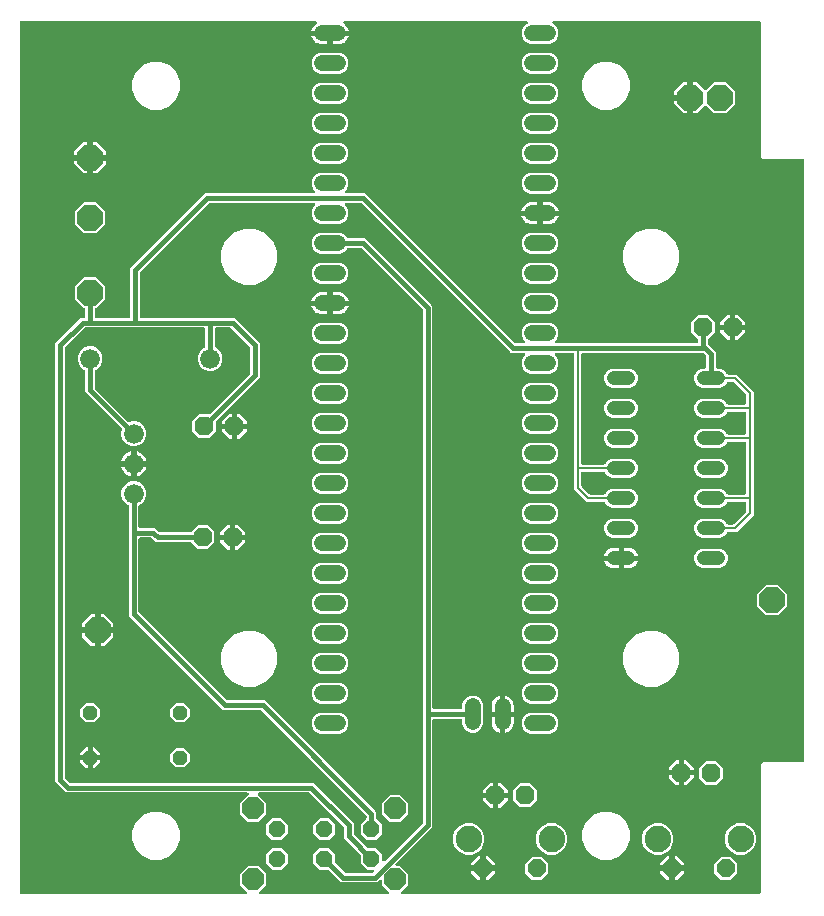
<source format=gbr>
G04 EAGLE Gerber RS-274X export*
G75*
%MOMM*%
%FSLAX34Y34*%
%LPD*%
%INTop Copper*%
%IPPOS*%
%AMOC8*
5,1,8,0,0,1.08239X$1,22.5*%
G01*
%ADD10P,1.732040X8X22.500000*%
%ADD11P,1.732040X8X202.500000*%
%ADD12C,1.676400*%
%ADD13P,2.336880X8X22.500000*%
%ADD14C,1.219200*%
%ADD15P,1.649562X8X22.500000*%
%ADD16C,2.247900*%
%ADD17C,1.350000*%
%ADD18P,1.539592X8X202.500000*%
%ADD19P,1.948299X8X202.500000*%
%ADD20P,1.319650X8X22.500000*%
%ADD21P,1.319650X8X202.500000*%
%ADD22C,0.406400*%
%ADD23C,0.203200*%

G36*
X195610Y-1252D02*
X195610Y-1252D01*
X195749Y-1239D01*
X195768Y-1232D01*
X195788Y-1229D01*
X195917Y-1178D01*
X196048Y-1131D01*
X196065Y-1120D01*
X196083Y-1112D01*
X196196Y-1031D01*
X196311Y-953D01*
X196324Y-937D01*
X196341Y-926D01*
X196430Y-818D01*
X196521Y-714D01*
X196531Y-696D01*
X196544Y-681D01*
X196603Y-555D01*
X196666Y-431D01*
X196670Y-411D01*
X196679Y-393D01*
X196705Y-257D01*
X196736Y-121D01*
X196735Y-100D01*
X196739Y-81D01*
X196730Y58D01*
X196726Y197D01*
X196720Y217D01*
X196719Y237D01*
X196676Y369D01*
X196638Y503D01*
X196627Y520D01*
X196621Y539D01*
X196547Y657D01*
X196476Y777D01*
X196458Y798D01*
X196451Y808D01*
X196436Y822D01*
X196370Y898D01*
X190569Y6698D01*
X190569Y15852D01*
X197043Y22326D01*
X206197Y22326D01*
X212671Y15852D01*
X212671Y6698D01*
X206871Y898D01*
X206785Y788D01*
X206697Y681D01*
X206688Y662D01*
X206676Y646D01*
X206620Y518D01*
X206561Y393D01*
X206557Y373D01*
X206549Y354D01*
X206527Y216D01*
X206501Y81D01*
X206503Y60D01*
X206499Y40D01*
X206513Y-99D01*
X206521Y-237D01*
X206527Y-256D01*
X206529Y-276D01*
X206576Y-408D01*
X206619Y-539D01*
X206630Y-557D01*
X206637Y-576D01*
X206715Y-691D01*
X206789Y-808D01*
X206804Y-822D01*
X206815Y-839D01*
X206920Y-931D01*
X207021Y-1026D01*
X207039Y-1036D01*
X207054Y-1049D01*
X207178Y-1113D01*
X207299Y-1180D01*
X207319Y-1185D01*
X207337Y-1194D01*
X207473Y-1224D01*
X207607Y-1259D01*
X207635Y-1261D01*
X207647Y-1264D01*
X207668Y-1263D01*
X207768Y-1269D01*
X315472Y-1269D01*
X315609Y-1252D01*
X315748Y-1239D01*
X315767Y-1232D01*
X315787Y-1229D01*
X315916Y-1178D01*
X316048Y-1131D01*
X316064Y-1120D01*
X316083Y-1112D01*
X316196Y-1031D01*
X316311Y-953D01*
X316324Y-937D01*
X316341Y-926D01*
X316429Y-818D01*
X316521Y-714D01*
X316530Y-696D01*
X316543Y-681D01*
X316603Y-555D01*
X316666Y-431D01*
X316670Y-411D01*
X316679Y-393D01*
X316705Y-257D01*
X316735Y-121D01*
X316735Y-100D01*
X316739Y-81D01*
X316730Y58D01*
X316726Y197D01*
X316720Y217D01*
X316719Y237D01*
X316676Y369D01*
X316637Y503D01*
X316627Y520D01*
X316621Y539D01*
X316546Y657D01*
X316476Y777D01*
X316457Y798D01*
X316451Y808D01*
X316436Y822D01*
X316369Y898D01*
X310569Y6698D01*
X310569Y9887D01*
X310552Y10025D01*
X310539Y10163D01*
X310532Y10183D01*
X310529Y10203D01*
X310478Y10331D01*
X310431Y10463D01*
X310420Y10479D01*
X310412Y10498D01*
X310331Y10611D01*
X310253Y10726D01*
X310237Y10739D01*
X310225Y10756D01*
X310118Y10844D01*
X310014Y10936D01*
X309996Y10945D01*
X309980Y10958D01*
X309855Y11018D01*
X309731Y11081D01*
X309711Y11085D01*
X309693Y11094D01*
X309556Y11120D01*
X309421Y11151D01*
X309400Y11150D01*
X309380Y11154D01*
X309242Y11145D01*
X309103Y11141D01*
X309083Y11135D01*
X309063Y11134D01*
X308931Y11091D01*
X308797Y11052D01*
X308780Y11042D01*
X308760Y11036D01*
X308643Y10961D01*
X308523Y10891D01*
X308502Y10872D01*
X308492Y10866D01*
X308478Y10851D01*
X308402Y10785D01*
X306235Y8617D01*
X276007Y8617D01*
X265381Y19244D01*
X265302Y19304D01*
X265230Y19372D01*
X265177Y19401D01*
X265129Y19439D01*
X265038Y19478D01*
X264952Y19526D01*
X264893Y19541D01*
X264838Y19565D01*
X264740Y19581D01*
X264644Y19605D01*
X264544Y19612D01*
X264523Y19615D01*
X264511Y19614D01*
X264483Y19615D01*
X257825Y19615D01*
X252457Y24983D01*
X252457Y32574D01*
X257825Y37941D01*
X265415Y37941D01*
X270783Y32574D01*
X270783Y25915D01*
X270795Y25817D01*
X270798Y25718D01*
X270815Y25660D01*
X270823Y25600D01*
X270859Y25507D01*
X270887Y25412D01*
X270917Y25360D01*
X270940Y25304D01*
X270998Y25224D01*
X271048Y25138D01*
X271114Y25063D01*
X271126Y25046D01*
X271136Y25039D01*
X271154Y25018D01*
X279018Y17154D01*
X279096Y17094D01*
X279168Y17026D01*
X279221Y16997D01*
X279269Y16960D01*
X279360Y16920D01*
X279446Y16872D01*
X279505Y16857D01*
X279561Y16833D01*
X279659Y16818D01*
X279754Y16793D01*
X279854Y16787D01*
X279875Y16783D01*
X279887Y16785D01*
X279915Y16783D01*
X302327Y16783D01*
X302425Y16795D01*
X302524Y16798D01*
X302583Y16815D01*
X302643Y16823D01*
X302735Y16859D01*
X302830Y16887D01*
X302882Y16917D01*
X302938Y16940D01*
X303019Y16998D01*
X303104Y17048D01*
X303179Y17114D01*
X303196Y17126D01*
X303204Y17136D01*
X303225Y17154D01*
X303519Y17449D01*
X303604Y17558D01*
X303693Y17666D01*
X303701Y17684D01*
X303714Y17700D01*
X303769Y17828D01*
X303828Y17953D01*
X303832Y17973D01*
X303840Y17992D01*
X303862Y18129D01*
X303888Y18266D01*
X303887Y18286D01*
X303890Y18306D01*
X303877Y18444D01*
X303868Y18583D01*
X303862Y18602D01*
X303860Y18622D01*
X303813Y18754D01*
X303770Y18886D01*
X303760Y18903D01*
X303753Y18922D01*
X303675Y19037D01*
X303600Y19154D01*
X303585Y19168D01*
X303574Y19185D01*
X303470Y19277D01*
X303369Y19372D01*
X303351Y19382D01*
X303336Y19395D01*
X303212Y19459D01*
X303090Y19526D01*
X303070Y19531D01*
X303052Y19540D01*
X302917Y19571D01*
X302782Y19605D01*
X302754Y19607D01*
X302742Y19610D01*
X302722Y19609D01*
X302621Y19615D01*
X297830Y19615D01*
X292462Y24983D01*
X292462Y31641D01*
X292450Y31740D01*
X292447Y31839D01*
X292430Y31897D01*
X292422Y31957D01*
X292386Y32049D01*
X292358Y32144D01*
X292328Y32196D01*
X292305Y32253D01*
X292247Y32333D01*
X292197Y32418D01*
X292131Y32493D01*
X292119Y32510D01*
X292109Y32518D01*
X292091Y32539D01*
X281256Y43374D01*
X278492Y46137D01*
X278492Y54933D01*
X278480Y55031D01*
X278477Y55130D01*
X278460Y55189D01*
X278452Y55249D01*
X278416Y55341D01*
X278388Y55436D01*
X278358Y55488D01*
X278335Y55544D01*
X278277Y55624D01*
X278227Y55710D01*
X278161Y55785D01*
X278149Y55802D01*
X278139Y55809D01*
X278121Y55831D01*
X249506Y84446D01*
X249427Y84506D01*
X249355Y84574D01*
X249302Y84603D01*
X249254Y84640D01*
X249163Y84680D01*
X249077Y84728D01*
X249018Y84743D01*
X248963Y84767D01*
X248865Y84782D01*
X248769Y84807D01*
X248669Y84813D01*
X248648Y84817D01*
X248636Y84815D01*
X248608Y84817D01*
X206770Y84817D01*
X206632Y84800D01*
X206494Y84787D01*
X206475Y84780D01*
X206455Y84777D01*
X206325Y84726D01*
X206194Y84679D01*
X206178Y84668D01*
X206159Y84660D01*
X206047Y84579D01*
X205931Y84501D01*
X205918Y84485D01*
X205901Y84474D01*
X205813Y84366D01*
X205721Y84262D01*
X205712Y84244D01*
X205699Y84229D01*
X205639Y84103D01*
X205576Y83979D01*
X205572Y83959D01*
X205563Y83941D01*
X205537Y83805D01*
X205507Y83669D01*
X205507Y83648D01*
X205503Y83629D01*
X205512Y83490D01*
X205516Y83351D01*
X205522Y83331D01*
X205523Y83311D01*
X205566Y83179D01*
X205605Y83045D01*
X205615Y83028D01*
X205621Y83009D01*
X205696Y82891D01*
X205766Y82771D01*
X205785Y82750D01*
X205791Y82740D01*
X205806Y82726D01*
X205873Y82651D01*
X212671Y75852D01*
X212671Y66698D01*
X206197Y60224D01*
X197043Y60224D01*
X190569Y66698D01*
X190569Y75852D01*
X197368Y82651D01*
X197453Y82760D01*
X197542Y82867D01*
X197550Y82886D01*
X197563Y82902D01*
X197618Y83030D01*
X197677Y83155D01*
X197681Y83175D01*
X197689Y83194D01*
X197711Y83332D01*
X197737Y83468D01*
X197736Y83488D01*
X197739Y83508D01*
X197726Y83647D01*
X197717Y83785D01*
X197711Y83804D01*
X197709Y83824D01*
X197662Y83956D01*
X197619Y84087D01*
X197608Y84105D01*
X197601Y84124D01*
X197523Y84239D01*
X197449Y84356D01*
X197434Y84370D01*
X197423Y84387D01*
X197319Y84479D01*
X197217Y84574D01*
X197200Y84584D01*
X197184Y84597D01*
X197060Y84661D01*
X196939Y84728D01*
X196919Y84733D01*
X196901Y84742D01*
X196765Y84772D01*
X196631Y84807D01*
X196603Y84809D01*
X196591Y84812D01*
X196570Y84811D01*
X196470Y84817D01*
X42759Y84817D01*
X34017Y93559D01*
X34017Y465241D01*
X55459Y486683D01*
X58148Y486683D01*
X58266Y486698D01*
X58385Y486705D01*
X58423Y486718D01*
X58464Y486723D01*
X58574Y486766D01*
X58687Y486803D01*
X58722Y486825D01*
X58759Y486840D01*
X58855Y486909D01*
X58956Y486973D01*
X58984Y487003D01*
X59017Y487026D01*
X59093Y487118D01*
X59174Y487205D01*
X59194Y487240D01*
X59219Y487271D01*
X59270Y487379D01*
X59328Y487483D01*
X59338Y487523D01*
X59355Y487559D01*
X59377Y487676D01*
X59407Y487791D01*
X59411Y487851D01*
X59415Y487871D01*
X59413Y487892D01*
X59417Y487952D01*
X59417Y493885D01*
X59402Y494003D01*
X59395Y494122D01*
X59382Y494160D01*
X59377Y494201D01*
X59334Y494311D01*
X59297Y494424D01*
X59275Y494459D01*
X59260Y494496D01*
X59191Y494592D01*
X59127Y494693D01*
X59097Y494721D01*
X59074Y494754D01*
X58982Y494830D01*
X58895Y494911D01*
X58860Y494931D01*
X58829Y494956D01*
X58721Y495007D01*
X58617Y495065D01*
X58577Y495075D01*
X58541Y495092D01*
X58424Y495114D01*
X58309Y495144D01*
X58249Y495148D01*
X58229Y495152D01*
X58208Y495150D01*
X58181Y495152D01*
X50654Y502679D01*
X50654Y513321D01*
X58179Y520846D01*
X68821Y520846D01*
X76346Y513321D01*
X76346Y502679D01*
X68816Y495150D01*
X68734Y495139D01*
X68615Y495132D01*
X68577Y495119D01*
X68536Y495114D01*
X68426Y495071D01*
X68313Y495034D01*
X68278Y495012D01*
X68241Y494997D01*
X68145Y494928D01*
X68044Y494864D01*
X68016Y494834D01*
X67983Y494811D01*
X67907Y494719D01*
X67826Y494632D01*
X67806Y494597D01*
X67781Y494566D01*
X67730Y494458D01*
X67672Y494354D01*
X67662Y494314D01*
X67645Y494278D01*
X67623Y494161D01*
X67593Y494046D01*
X67589Y493986D01*
X67585Y493966D01*
X67587Y493945D01*
X67583Y493885D01*
X67583Y487952D01*
X67598Y487834D01*
X67605Y487715D01*
X67618Y487677D01*
X67623Y487636D01*
X67666Y487526D01*
X67703Y487413D01*
X67725Y487378D01*
X67740Y487341D01*
X67809Y487245D01*
X67873Y487144D01*
X67903Y487116D01*
X67926Y487083D01*
X68018Y487007D01*
X68105Y486926D01*
X68140Y486906D01*
X68171Y486881D01*
X68279Y486830D01*
X68383Y486772D01*
X68423Y486762D01*
X68459Y486745D01*
X68576Y486723D01*
X68691Y486693D01*
X68751Y486689D01*
X68771Y486685D01*
X68792Y486687D01*
X68852Y486683D01*
X96248Y486683D01*
X96366Y486698D01*
X96485Y486705D01*
X96523Y486718D01*
X96564Y486723D01*
X96674Y486766D01*
X96787Y486803D01*
X96822Y486825D01*
X96859Y486840D01*
X96955Y486909D01*
X97056Y486973D01*
X97084Y487003D01*
X97117Y487026D01*
X97193Y487118D01*
X97274Y487205D01*
X97294Y487240D01*
X97319Y487271D01*
X97370Y487379D01*
X97428Y487483D01*
X97438Y487523D01*
X97455Y487559D01*
X97477Y487676D01*
X97507Y487791D01*
X97511Y487851D01*
X97515Y487871D01*
X97513Y487892D01*
X97517Y487952D01*
X97517Y528741D01*
X160869Y592093D01*
X253057Y592093D01*
X253195Y592110D01*
X253333Y592123D01*
X253352Y592130D01*
X253372Y592133D01*
X253502Y592184D01*
X253633Y592231D01*
X253649Y592242D01*
X253668Y592250D01*
X253781Y592331D01*
X253896Y592409D01*
X253909Y592425D01*
X253925Y592436D01*
X254014Y592544D01*
X254106Y592648D01*
X254115Y592666D01*
X254128Y592681D01*
X254188Y592807D01*
X254251Y592931D01*
X254255Y592951D01*
X254264Y592969D01*
X254290Y593106D01*
X254320Y593241D01*
X254320Y593262D01*
X254324Y593281D01*
X254315Y593420D01*
X254311Y593559D01*
X254305Y593579D01*
X254304Y593599D01*
X254261Y593731D01*
X254222Y593865D01*
X254212Y593882D01*
X254206Y593901D01*
X254131Y594019D01*
X254061Y594139D01*
X254042Y594160D01*
X254036Y594170D01*
X254021Y594184D01*
X253954Y594259D01*
X252489Y595725D01*
X251149Y598959D01*
X251149Y602461D01*
X252489Y605695D01*
X254965Y608171D01*
X258199Y609511D01*
X275201Y609511D01*
X278435Y608171D01*
X280911Y605695D01*
X282251Y602461D01*
X282251Y598959D01*
X280911Y595725D01*
X279446Y594259D01*
X279360Y594150D01*
X279272Y594043D01*
X279263Y594024D01*
X279251Y594008D01*
X279195Y593880D01*
X279136Y593755D01*
X279132Y593735D01*
X279124Y593716D01*
X279102Y593578D01*
X279076Y593442D01*
X279078Y593422D01*
X279074Y593402D01*
X279088Y593263D01*
X279096Y593125D01*
X279102Y593106D01*
X279104Y593086D01*
X279151Y592954D01*
X279194Y592823D01*
X279205Y592805D01*
X279212Y592786D01*
X279290Y592671D01*
X279364Y592554D01*
X279379Y592540D01*
X279390Y592523D01*
X279495Y592431D01*
X279596Y592336D01*
X279614Y592326D01*
X279629Y592313D01*
X279753Y592249D01*
X279874Y592182D01*
X279894Y592177D01*
X279912Y592168D01*
X280048Y592138D01*
X280182Y592103D01*
X280210Y592101D01*
X280222Y592098D01*
X280243Y592099D01*
X280343Y592093D01*
X296331Y592093D01*
X422959Y465464D01*
X423038Y465404D01*
X423110Y465336D01*
X423163Y465307D01*
X423211Y465270D01*
X423302Y465230D01*
X423388Y465182D01*
X423447Y465167D01*
X423502Y465143D01*
X423600Y465128D01*
X423696Y465103D01*
X423796Y465097D01*
X423817Y465093D01*
X423829Y465095D01*
X423857Y465093D01*
X430857Y465093D01*
X430995Y465110D01*
X431133Y465123D01*
X431152Y465130D01*
X431172Y465133D01*
X431302Y465184D01*
X431433Y465231D01*
X431449Y465242D01*
X431468Y465250D01*
X431581Y465331D01*
X431696Y465409D01*
X431709Y465425D01*
X431725Y465436D01*
X431814Y465544D01*
X431906Y465648D01*
X431915Y465666D01*
X431928Y465681D01*
X431988Y465807D01*
X432051Y465931D01*
X432055Y465951D01*
X432064Y465969D01*
X432090Y466106D01*
X432120Y466241D01*
X432120Y466262D01*
X432124Y466281D01*
X432115Y466420D01*
X432111Y466559D01*
X432105Y466579D01*
X432104Y466599D01*
X432061Y466731D01*
X432022Y466865D01*
X432012Y466882D01*
X432006Y466901D01*
X431931Y467019D01*
X431861Y467139D01*
X431842Y467160D01*
X431836Y467170D01*
X431821Y467184D01*
X431754Y467259D01*
X430289Y468725D01*
X428949Y471959D01*
X428949Y475461D01*
X430289Y478695D01*
X432765Y481171D01*
X435999Y482511D01*
X453001Y482511D01*
X456235Y481171D01*
X458711Y478695D01*
X460051Y475461D01*
X460051Y471959D01*
X458711Y468725D01*
X457246Y467259D01*
X457160Y467150D01*
X457072Y467043D01*
X457063Y467024D01*
X457051Y467008D01*
X456995Y466880D01*
X456936Y466755D01*
X456932Y466735D01*
X456924Y466716D01*
X456902Y466578D01*
X456876Y466442D01*
X456878Y466422D01*
X456874Y466402D01*
X456888Y466263D01*
X456896Y466125D01*
X456902Y466106D01*
X456904Y466086D01*
X456951Y465954D01*
X456994Y465823D01*
X457005Y465805D01*
X457012Y465786D01*
X457090Y465671D01*
X457164Y465554D01*
X457179Y465540D01*
X457190Y465523D01*
X457295Y465431D01*
X457396Y465336D01*
X457414Y465326D01*
X457429Y465313D01*
X457553Y465249D01*
X457674Y465182D01*
X457694Y465177D01*
X457712Y465168D01*
X457848Y465138D01*
X457982Y465103D01*
X458010Y465101D01*
X458022Y465098D01*
X458043Y465099D01*
X458143Y465093D01*
X576943Y465093D01*
X577061Y465108D01*
X577180Y465115D01*
X577218Y465128D01*
X577259Y465133D01*
X577369Y465176D01*
X577482Y465213D01*
X577517Y465235D01*
X577554Y465250D01*
X577650Y465319D01*
X577751Y465383D01*
X577779Y465413D01*
X577812Y465436D01*
X577888Y465528D01*
X577969Y465615D01*
X577989Y465650D01*
X578014Y465681D01*
X578065Y465789D01*
X578123Y465893D01*
X578133Y465933D01*
X578150Y465969D01*
X578172Y466086D01*
X578202Y466201D01*
X578206Y466261D01*
X578210Y466281D01*
X578208Y466302D01*
X578212Y466362D01*
X578212Y468132D01*
X578200Y468230D01*
X578197Y468329D01*
X578180Y468387D01*
X578172Y468447D01*
X578136Y468539D01*
X578108Y468634D01*
X578078Y468687D01*
X578055Y468743D01*
X577997Y468823D01*
X577947Y468908D01*
X577881Y468984D01*
X577869Y469000D01*
X577859Y469008D01*
X577841Y469029D01*
X572243Y474626D01*
X572243Y482954D01*
X578131Y488842D01*
X586459Y488842D01*
X592347Y482954D01*
X592347Y474626D01*
X586749Y469029D01*
X586689Y468951D01*
X586621Y468879D01*
X586592Y468826D01*
X586555Y468778D01*
X586515Y468687D01*
X586467Y468600D01*
X586452Y468542D01*
X586428Y468486D01*
X586413Y468388D01*
X586388Y468292D01*
X586382Y468192D01*
X586378Y468172D01*
X586380Y468160D01*
X586378Y468132D01*
X586378Y465132D01*
X586390Y465034D01*
X586393Y464935D01*
X586410Y464876D01*
X586418Y464816D01*
X586454Y464724D01*
X586482Y464629D01*
X586512Y464577D01*
X586535Y464521D01*
X586593Y464441D01*
X586643Y464355D01*
X586709Y464280D01*
X586721Y464263D01*
X586731Y464256D01*
X586749Y464234D01*
X588654Y462330D01*
X588654Y462329D01*
X593363Y457621D01*
X593363Y445026D01*
X593378Y444908D01*
X593385Y444789D01*
X593398Y444751D01*
X593403Y444710D01*
X593446Y444600D01*
X593483Y444487D01*
X593505Y444452D01*
X593520Y444415D01*
X593589Y444319D01*
X593653Y444218D01*
X593683Y444190D01*
X593706Y444157D01*
X593798Y444081D01*
X593885Y444000D01*
X593920Y443980D01*
X593951Y443955D01*
X594059Y443904D01*
X594163Y443846D01*
X594203Y443836D01*
X594239Y443819D01*
X594356Y443797D01*
X594471Y443767D01*
X594531Y443763D01*
X594551Y443759D01*
X594572Y443761D01*
X594632Y443757D01*
X596997Y443757D01*
X599991Y442516D01*
X602282Y440225D01*
X602599Y439460D01*
X602614Y439435D01*
X602623Y439407D01*
X602692Y439297D01*
X602757Y439184D01*
X602777Y439163D01*
X602793Y439138D01*
X602888Y439049D01*
X602978Y438956D01*
X603003Y438940D01*
X603025Y438920D01*
X603138Y438857D01*
X603249Y438789D01*
X603277Y438781D01*
X603303Y438766D01*
X603429Y438734D01*
X603553Y438696D01*
X603582Y438694D01*
X603611Y438687D01*
X603772Y438677D01*
X610870Y438677D01*
X625367Y424180D01*
X625367Y320040D01*
X610870Y305543D01*
X603772Y305543D01*
X603742Y305540D01*
X603713Y305542D01*
X603585Y305520D01*
X603456Y305503D01*
X603429Y305493D01*
X603400Y305488D01*
X603281Y305434D01*
X603161Y305386D01*
X603137Y305369D01*
X603110Y305357D01*
X603008Y305276D01*
X602903Y305200D01*
X602884Y305177D01*
X602861Y305158D01*
X602783Y305055D01*
X602700Y304955D01*
X602688Y304928D01*
X602670Y304904D01*
X602599Y304760D01*
X602282Y303995D01*
X599991Y301704D01*
X596997Y300463D01*
X581563Y300463D01*
X578569Y301704D01*
X576278Y303995D01*
X575037Y306989D01*
X575037Y310231D01*
X576278Y313225D01*
X578569Y315516D01*
X581563Y316757D01*
X596997Y316757D01*
X599991Y315516D01*
X602282Y313225D01*
X602599Y312460D01*
X602614Y312435D01*
X602623Y312407D01*
X602692Y312297D01*
X602757Y312184D01*
X602777Y312163D01*
X602793Y312138D01*
X602888Y312049D01*
X602978Y311956D01*
X603003Y311940D01*
X603025Y311920D01*
X603138Y311857D01*
X603249Y311789D01*
X603277Y311781D01*
X603303Y311766D01*
X603429Y311734D01*
X603553Y311696D01*
X603582Y311694D01*
X603611Y311687D01*
X603772Y311677D01*
X607804Y311677D01*
X607902Y311689D01*
X608001Y311692D01*
X608059Y311709D01*
X608119Y311717D01*
X608212Y311753D01*
X608307Y311781D01*
X608359Y311811D01*
X608415Y311834D01*
X608495Y311892D01*
X608581Y311942D01*
X608656Y312008D01*
X608673Y312020D01*
X608680Y312030D01*
X608701Y312048D01*
X618862Y322209D01*
X618922Y322287D01*
X618990Y322359D01*
X619019Y322412D01*
X619056Y322460D01*
X619096Y322551D01*
X619144Y322637D01*
X619159Y322696D01*
X619183Y322752D01*
X619198Y322850D01*
X619223Y322945D01*
X619229Y323045D01*
X619233Y323066D01*
X619231Y323078D01*
X619233Y323106D01*
X619233Y329674D01*
X619218Y329792D01*
X619211Y329911D01*
X619198Y329949D01*
X619193Y329990D01*
X619150Y330100D01*
X619113Y330213D01*
X619091Y330248D01*
X619076Y330285D01*
X619007Y330381D01*
X618943Y330482D01*
X618913Y330510D01*
X618890Y330543D01*
X618798Y330619D01*
X618711Y330700D01*
X618676Y330720D01*
X618645Y330745D01*
X618537Y330796D01*
X618433Y330854D01*
X618393Y330864D01*
X618357Y330881D01*
X618240Y330903D01*
X618125Y330933D01*
X618065Y330937D01*
X618045Y330941D01*
X618024Y330939D01*
X617964Y330943D01*
X603772Y330943D01*
X603743Y330940D01*
X603713Y330942D01*
X603585Y330920D01*
X603456Y330903D01*
X603429Y330893D01*
X603400Y330888D01*
X603281Y330834D01*
X603161Y330786D01*
X603137Y330769D01*
X603110Y330757D01*
X603008Y330676D01*
X602903Y330600D01*
X602884Y330577D01*
X602861Y330558D01*
X602783Y330454D01*
X602700Y330355D01*
X602688Y330328D01*
X602670Y330304D01*
X602599Y330160D01*
X602282Y329395D01*
X599991Y327104D01*
X596997Y325863D01*
X581563Y325863D01*
X578569Y327104D01*
X576278Y329395D01*
X575037Y332389D01*
X575037Y335631D01*
X576278Y338625D01*
X578569Y340916D01*
X581563Y342157D01*
X596997Y342157D01*
X599991Y340916D01*
X602282Y338625D01*
X602599Y337860D01*
X602614Y337835D01*
X602623Y337807D01*
X602692Y337697D01*
X602757Y337584D01*
X602777Y337563D01*
X602793Y337538D01*
X602887Y337449D01*
X602978Y337356D01*
X603003Y337340D01*
X603025Y337320D01*
X603138Y337257D01*
X603249Y337189D01*
X603277Y337181D01*
X603303Y337166D01*
X603429Y337134D01*
X603553Y337096D01*
X603582Y337094D01*
X603611Y337087D01*
X603772Y337077D01*
X617964Y337077D01*
X618082Y337092D01*
X618201Y337099D01*
X618239Y337112D01*
X618280Y337117D01*
X618390Y337160D01*
X618503Y337197D01*
X618538Y337219D01*
X618575Y337234D01*
X618671Y337303D01*
X618772Y337367D01*
X618800Y337397D01*
X618833Y337420D01*
X618909Y337512D01*
X618990Y337599D01*
X619010Y337634D01*
X619035Y337665D01*
X619086Y337773D01*
X619144Y337877D01*
X619154Y337917D01*
X619171Y337953D01*
X619193Y338070D01*
X619223Y338185D01*
X619227Y338245D01*
X619231Y338265D01*
X619229Y338286D01*
X619233Y338346D01*
X619233Y380474D01*
X619218Y380592D01*
X619211Y380711D01*
X619198Y380749D01*
X619193Y380790D01*
X619150Y380900D01*
X619113Y381013D01*
X619091Y381048D01*
X619076Y381085D01*
X619007Y381181D01*
X618943Y381282D01*
X618913Y381310D01*
X618890Y381343D01*
X618798Y381419D01*
X618711Y381500D01*
X618676Y381520D01*
X618645Y381545D01*
X618537Y381596D01*
X618433Y381654D01*
X618393Y381664D01*
X618357Y381681D01*
X618240Y381703D01*
X618125Y381733D01*
X618065Y381737D01*
X618045Y381741D01*
X618024Y381739D01*
X617964Y381743D01*
X603772Y381743D01*
X603743Y381740D01*
X603713Y381742D01*
X603585Y381720D01*
X603456Y381703D01*
X603429Y381693D01*
X603400Y381688D01*
X603281Y381634D01*
X603161Y381586D01*
X603137Y381569D01*
X603110Y381557D01*
X603008Y381476D01*
X602903Y381400D01*
X602884Y381377D01*
X602861Y381358D01*
X602783Y381254D01*
X602700Y381155D01*
X602688Y381128D01*
X602670Y381104D01*
X602599Y380960D01*
X602282Y380195D01*
X599991Y377904D01*
X596997Y376663D01*
X581563Y376663D01*
X578569Y377904D01*
X576278Y380195D01*
X575037Y383189D01*
X575037Y386431D01*
X576278Y389425D01*
X578569Y391716D01*
X581563Y392957D01*
X596997Y392957D01*
X599991Y391716D01*
X602282Y389425D01*
X602599Y388660D01*
X602614Y388635D01*
X602623Y388607D01*
X602692Y388497D01*
X602757Y388384D01*
X602777Y388363D01*
X602793Y388338D01*
X602887Y388249D01*
X602978Y388156D01*
X603003Y388140D01*
X603025Y388120D01*
X603138Y388057D01*
X603249Y387989D01*
X603277Y387981D01*
X603303Y387966D01*
X603429Y387934D01*
X603553Y387896D01*
X603582Y387894D01*
X603611Y387887D01*
X603772Y387877D01*
X617964Y387877D01*
X618082Y387892D01*
X618201Y387899D01*
X618239Y387912D01*
X618280Y387917D01*
X618390Y387960D01*
X618503Y387997D01*
X618538Y388019D01*
X618575Y388034D01*
X618671Y388103D01*
X618772Y388167D01*
X618800Y388197D01*
X618833Y388220D01*
X618909Y388312D01*
X618990Y388399D01*
X619010Y388434D01*
X619035Y388465D01*
X619086Y388573D01*
X619144Y388677D01*
X619154Y388717D01*
X619171Y388753D01*
X619193Y388870D01*
X619223Y388985D01*
X619227Y389045D01*
X619231Y389065D01*
X619229Y389086D01*
X619233Y389146D01*
X619233Y405874D01*
X619218Y405992D01*
X619211Y406111D01*
X619198Y406149D01*
X619193Y406190D01*
X619150Y406300D01*
X619113Y406413D01*
X619091Y406448D01*
X619076Y406485D01*
X619007Y406581D01*
X618943Y406682D01*
X618913Y406710D01*
X618890Y406743D01*
X618798Y406819D01*
X618711Y406900D01*
X618676Y406920D01*
X618645Y406945D01*
X618537Y406996D01*
X618433Y407054D01*
X618393Y407064D01*
X618357Y407081D01*
X618240Y407103D01*
X618125Y407133D01*
X618065Y407137D01*
X618045Y407141D01*
X618024Y407139D01*
X617964Y407143D01*
X603772Y407143D01*
X603743Y407140D01*
X603713Y407142D01*
X603585Y407120D01*
X603456Y407103D01*
X603429Y407093D01*
X603400Y407088D01*
X603281Y407034D01*
X603161Y406986D01*
X603137Y406969D01*
X603110Y406957D01*
X603008Y406876D01*
X602903Y406800D01*
X602884Y406777D01*
X602861Y406758D01*
X602783Y406654D01*
X602700Y406555D01*
X602688Y406528D01*
X602670Y406504D01*
X602599Y406360D01*
X602282Y405595D01*
X599991Y403304D01*
X596997Y402063D01*
X581563Y402063D01*
X578569Y403304D01*
X576278Y405595D01*
X575037Y408589D01*
X575037Y411831D01*
X576278Y414825D01*
X578569Y417116D01*
X581563Y418357D01*
X596997Y418357D01*
X599991Y417116D01*
X602282Y414825D01*
X602599Y414060D01*
X602614Y414035D01*
X602623Y414007D01*
X602692Y413897D01*
X602757Y413784D01*
X602777Y413763D01*
X602793Y413738D01*
X602887Y413649D01*
X602978Y413556D01*
X603003Y413540D01*
X603025Y413520D01*
X603138Y413457D01*
X603249Y413389D01*
X603277Y413381D01*
X603303Y413366D01*
X603429Y413334D01*
X603553Y413296D01*
X603582Y413294D01*
X603611Y413287D01*
X603772Y413277D01*
X617964Y413277D01*
X618082Y413292D01*
X618201Y413299D01*
X618239Y413312D01*
X618280Y413317D01*
X618390Y413360D01*
X618503Y413397D01*
X618538Y413419D01*
X618575Y413434D01*
X618671Y413503D01*
X618772Y413567D01*
X618800Y413597D01*
X618833Y413620D01*
X618909Y413712D01*
X618990Y413799D01*
X619010Y413834D01*
X619035Y413865D01*
X619086Y413973D01*
X619144Y414077D01*
X619154Y414117D01*
X619171Y414153D01*
X619193Y414270D01*
X619223Y414385D01*
X619227Y414445D01*
X619231Y414465D01*
X619229Y414486D01*
X619233Y414546D01*
X619233Y421114D01*
X619221Y421212D01*
X619218Y421311D01*
X619201Y421369D01*
X619193Y421429D01*
X619157Y421522D01*
X619129Y421617D01*
X619099Y421669D01*
X619076Y421725D01*
X619018Y421805D01*
X618968Y421891D01*
X618902Y421966D01*
X618890Y421983D01*
X618880Y421990D01*
X618862Y422011D01*
X608701Y432172D01*
X608623Y432232D01*
X608551Y432300D01*
X608498Y432329D01*
X608450Y432366D01*
X608359Y432406D01*
X608273Y432454D01*
X608214Y432469D01*
X608158Y432493D01*
X608060Y432508D01*
X607965Y432533D01*
X607865Y432539D01*
X607844Y432543D01*
X607832Y432541D01*
X607804Y432543D01*
X603772Y432543D01*
X603742Y432540D01*
X603713Y432542D01*
X603585Y432520D01*
X603456Y432503D01*
X603429Y432493D01*
X603400Y432488D01*
X603281Y432434D01*
X603161Y432386D01*
X603137Y432369D01*
X603110Y432357D01*
X603008Y432276D01*
X602903Y432200D01*
X602884Y432177D01*
X602861Y432158D01*
X602783Y432055D01*
X602700Y431955D01*
X602688Y431928D01*
X602670Y431904D01*
X602599Y431760D01*
X602282Y430995D01*
X599991Y428704D01*
X596997Y427463D01*
X581563Y427463D01*
X578569Y428704D01*
X576278Y430995D01*
X575037Y433989D01*
X575037Y437231D01*
X576278Y440225D01*
X578569Y442516D01*
X581563Y443757D01*
X583928Y443757D01*
X584046Y443772D01*
X584165Y443779D01*
X584203Y443792D01*
X584244Y443797D01*
X584354Y443840D01*
X584467Y443877D01*
X584502Y443899D01*
X584539Y443914D01*
X584635Y443983D01*
X584736Y444047D01*
X584764Y444077D01*
X584797Y444100D01*
X584873Y444192D01*
X584954Y444279D01*
X584974Y444314D01*
X584999Y444345D01*
X585050Y444453D01*
X585108Y444557D01*
X585118Y444597D01*
X585135Y444633D01*
X585157Y444750D01*
X585187Y444865D01*
X585191Y444925D01*
X585195Y444945D01*
X585193Y444966D01*
X585197Y445026D01*
X585197Y453713D01*
X585185Y453811D01*
X585182Y453910D01*
X585165Y453969D01*
X585157Y454029D01*
X585121Y454121D01*
X585093Y454216D01*
X585063Y454268D01*
X585040Y454324D01*
X584982Y454404D01*
X584932Y454490D01*
X584866Y454565D01*
X584854Y454582D01*
X584844Y454589D01*
X584826Y454611D01*
X582881Y456556D01*
X582802Y456616D01*
X582730Y456684D01*
X582677Y456713D01*
X582629Y456750D01*
X582538Y456790D01*
X582452Y456838D01*
X582393Y456853D01*
X582338Y456877D01*
X582240Y456892D01*
X582144Y456917D01*
X582044Y456923D01*
X582023Y456927D01*
X582011Y456925D01*
X581983Y456927D01*
X480586Y456927D01*
X480468Y456912D01*
X480349Y456905D01*
X480311Y456892D01*
X480270Y456887D01*
X480160Y456844D01*
X480047Y456807D01*
X480012Y456785D01*
X479975Y456770D01*
X479879Y456701D01*
X479778Y456637D01*
X479750Y456607D01*
X479717Y456584D01*
X479641Y456492D01*
X479560Y456405D01*
X479540Y456370D01*
X479515Y456339D01*
X479464Y456231D01*
X479406Y456127D01*
X479396Y456087D01*
X479379Y456051D01*
X479357Y455934D01*
X479327Y455819D01*
X479323Y455759D01*
X479319Y455739D01*
X479321Y455718D01*
X479317Y455658D01*
X479317Y363746D01*
X479332Y363628D01*
X479339Y363509D01*
X479352Y363471D01*
X479357Y363430D01*
X479401Y363319D01*
X479437Y363207D01*
X479459Y363172D01*
X479474Y363135D01*
X479543Y363039D01*
X479607Y362938D01*
X479637Y362910D01*
X479660Y362877D01*
X479752Y362801D01*
X479839Y362720D01*
X479874Y362700D01*
X479905Y362675D01*
X480013Y362624D01*
X480117Y362566D01*
X480157Y362556D01*
X480193Y362539D01*
X480310Y362517D01*
X480425Y362487D01*
X480485Y362483D01*
X480505Y362479D01*
X480526Y362481D01*
X480586Y362477D01*
X498588Y362477D01*
X498618Y362480D01*
X498647Y362478D01*
X498775Y362500D01*
X498904Y362517D01*
X498931Y362527D01*
X498960Y362532D01*
X499079Y362586D01*
X499199Y362634D01*
X499223Y362651D01*
X499250Y362663D01*
X499352Y362744D01*
X499457Y362820D01*
X499476Y362843D01*
X499499Y362862D01*
X499577Y362965D01*
X499660Y363065D01*
X499672Y363092D01*
X499690Y363116D01*
X499761Y363260D01*
X500078Y364025D01*
X502369Y366316D01*
X505363Y367557D01*
X520797Y367557D01*
X523791Y366316D01*
X526082Y364025D01*
X527323Y361031D01*
X527323Y357789D01*
X526082Y354795D01*
X523791Y352504D01*
X520797Y351263D01*
X505363Y351263D01*
X502369Y352504D01*
X500078Y354795D01*
X499761Y355560D01*
X499746Y355585D01*
X499737Y355613D01*
X499668Y355723D01*
X499603Y355836D01*
X499583Y355857D01*
X499567Y355882D01*
X499472Y355971D01*
X499382Y356064D01*
X499357Y356080D01*
X499335Y356100D01*
X499222Y356163D01*
X499111Y356231D01*
X499083Y356239D01*
X499057Y356254D01*
X498931Y356286D01*
X498807Y356324D01*
X498778Y356326D01*
X498749Y356333D01*
X498588Y356343D01*
X480586Y356343D01*
X480468Y356328D01*
X480349Y356321D01*
X480311Y356308D01*
X480270Y356303D01*
X480160Y356260D01*
X480047Y356223D01*
X480012Y356201D01*
X479975Y356186D01*
X479879Y356117D01*
X479778Y356053D01*
X479750Y356023D01*
X479717Y356000D01*
X479641Y355908D01*
X479560Y355821D01*
X479540Y355786D01*
X479515Y355755D01*
X479464Y355647D01*
X479406Y355543D01*
X479396Y355503D01*
X479379Y355467D01*
X479357Y355350D01*
X479327Y355235D01*
X479323Y355175D01*
X479319Y355155D01*
X479321Y355134D01*
X479317Y355074D01*
X479317Y344696D01*
X479329Y344598D01*
X479332Y344499D01*
X479349Y344441D01*
X479357Y344381D01*
X479393Y344288D01*
X479421Y344193D01*
X479451Y344141D01*
X479474Y344085D01*
X479532Y344005D01*
X479582Y343919D01*
X479648Y343844D01*
X479660Y343827D01*
X479670Y343820D01*
X479688Y343799D01*
X486039Y337448D01*
X486117Y337388D01*
X486189Y337320D01*
X486242Y337291D01*
X486290Y337254D01*
X486381Y337214D01*
X486467Y337166D01*
X486526Y337151D01*
X486582Y337127D01*
X486680Y337112D01*
X486775Y337087D01*
X486875Y337081D01*
X486896Y337077D01*
X486908Y337079D01*
X486936Y337077D01*
X498588Y337077D01*
X498618Y337080D01*
X498647Y337078D01*
X498775Y337100D01*
X498904Y337117D01*
X498931Y337127D01*
X498960Y337132D01*
X499079Y337186D01*
X499199Y337234D01*
X499223Y337251D01*
X499250Y337263D01*
X499352Y337344D01*
X499457Y337420D01*
X499476Y337443D01*
X499499Y337462D01*
X499577Y337565D01*
X499660Y337665D01*
X499672Y337692D01*
X499690Y337716D01*
X499761Y337860D01*
X500078Y338625D01*
X502369Y340916D01*
X505363Y342157D01*
X520797Y342157D01*
X523791Y340916D01*
X526082Y338625D01*
X527323Y335631D01*
X527323Y332389D01*
X526082Y329395D01*
X523791Y327104D01*
X520797Y325863D01*
X505363Y325863D01*
X502369Y327104D01*
X500078Y329395D01*
X499761Y330160D01*
X499746Y330185D01*
X499737Y330213D01*
X499668Y330323D01*
X499603Y330436D01*
X499583Y330457D01*
X499567Y330482D01*
X499472Y330571D01*
X499382Y330664D01*
X499357Y330680D01*
X499335Y330700D01*
X499222Y330763D01*
X499111Y330831D01*
X499083Y330839D01*
X499057Y330854D01*
X498931Y330886D01*
X498807Y330924D01*
X498778Y330926D01*
X498749Y330933D01*
X498588Y330943D01*
X483870Y330943D01*
X473183Y341630D01*
X473183Y455658D01*
X473168Y455776D01*
X473161Y455895D01*
X473148Y455933D01*
X473143Y455974D01*
X473100Y456084D01*
X473063Y456197D01*
X473041Y456232D01*
X473026Y456269D01*
X472957Y456365D01*
X472893Y456466D01*
X472863Y456494D01*
X472840Y456527D01*
X472748Y456603D01*
X472661Y456684D01*
X472626Y456704D01*
X472595Y456729D01*
X472487Y456780D01*
X472383Y456838D01*
X472343Y456848D01*
X472307Y456865D01*
X472190Y456887D01*
X472075Y456917D01*
X472015Y456921D01*
X471995Y456925D01*
X471974Y456923D01*
X471914Y456927D01*
X458143Y456927D01*
X458005Y456910D01*
X457867Y456897D01*
X457848Y456890D01*
X457828Y456887D01*
X457698Y456836D01*
X457567Y456789D01*
X457551Y456778D01*
X457532Y456770D01*
X457419Y456689D01*
X457304Y456611D01*
X457291Y456595D01*
X457275Y456584D01*
X457186Y456476D01*
X457094Y456372D01*
X457085Y456354D01*
X457072Y456339D01*
X457012Y456213D01*
X456949Y456089D01*
X456945Y456069D01*
X456936Y456051D01*
X456910Y455914D01*
X456880Y455779D01*
X456880Y455758D01*
X456876Y455739D01*
X456885Y455600D01*
X456889Y455461D01*
X456895Y455441D01*
X456896Y455421D01*
X456939Y455289D01*
X456978Y455155D01*
X456988Y455138D01*
X456994Y455119D01*
X457069Y455001D01*
X457139Y454881D01*
X457158Y454860D01*
X457164Y454850D01*
X457179Y454836D01*
X457246Y454761D01*
X458711Y453295D01*
X460051Y450061D01*
X460051Y446559D01*
X458711Y443325D01*
X456235Y440849D01*
X453001Y439509D01*
X435999Y439509D01*
X432765Y440849D01*
X430289Y443325D01*
X428949Y446559D01*
X428949Y450061D01*
X430289Y453295D01*
X431754Y454761D01*
X431840Y454870D01*
X431928Y454977D01*
X431937Y454996D01*
X431949Y455012D01*
X432005Y455140D01*
X432064Y455265D01*
X432068Y455285D01*
X432076Y455304D01*
X432098Y455442D01*
X432124Y455578D01*
X432122Y455598D01*
X432126Y455618D01*
X432112Y455757D01*
X432104Y455895D01*
X432098Y455914D01*
X432096Y455934D01*
X432049Y456066D01*
X432006Y456197D01*
X431995Y456215D01*
X431988Y456234D01*
X431910Y456349D01*
X431836Y456466D01*
X431821Y456480D01*
X431810Y456497D01*
X431706Y456589D01*
X431604Y456684D01*
X431586Y456694D01*
X431571Y456707D01*
X431447Y456771D01*
X431326Y456838D01*
X431306Y456843D01*
X431288Y456852D01*
X431152Y456882D01*
X431018Y456917D01*
X430990Y456919D01*
X430978Y456922D01*
X430957Y456921D01*
X430857Y456927D01*
X419949Y456927D01*
X293321Y583556D01*
X293242Y583616D01*
X293170Y583684D01*
X293117Y583713D01*
X293069Y583750D01*
X292978Y583790D01*
X292892Y583838D01*
X292833Y583853D01*
X292778Y583877D01*
X292680Y583892D01*
X292584Y583917D01*
X292484Y583923D01*
X292463Y583927D01*
X292451Y583925D01*
X292423Y583927D01*
X280343Y583927D01*
X280205Y583910D01*
X280067Y583897D01*
X280048Y583890D01*
X280028Y583887D01*
X279898Y583836D01*
X279767Y583789D01*
X279751Y583778D01*
X279732Y583770D01*
X279619Y583689D01*
X279504Y583611D01*
X279491Y583595D01*
X279475Y583584D01*
X279386Y583476D01*
X279294Y583372D01*
X279285Y583354D01*
X279272Y583339D01*
X279212Y583213D01*
X279149Y583089D01*
X279145Y583069D01*
X279136Y583051D01*
X279110Y582914D01*
X279080Y582779D01*
X279080Y582758D01*
X279076Y582739D01*
X279085Y582600D01*
X279089Y582461D01*
X279095Y582441D01*
X279096Y582421D01*
X279139Y582289D01*
X279178Y582155D01*
X279188Y582138D01*
X279194Y582119D01*
X279269Y582001D01*
X279339Y581881D01*
X279358Y581860D01*
X279364Y581850D01*
X279379Y581836D01*
X279446Y581761D01*
X280911Y580295D01*
X282251Y577061D01*
X282251Y573559D01*
X280911Y570325D01*
X278435Y567849D01*
X275201Y566509D01*
X258199Y566509D01*
X254965Y567849D01*
X252489Y570325D01*
X251149Y573559D01*
X251149Y577061D01*
X252489Y580295D01*
X253954Y581761D01*
X254040Y581870D01*
X254128Y581977D01*
X254137Y581996D01*
X254149Y582012D01*
X254205Y582140D01*
X254264Y582265D01*
X254268Y582285D01*
X254276Y582304D01*
X254298Y582442D01*
X254324Y582578D01*
X254322Y582598D01*
X254326Y582618D01*
X254312Y582757D01*
X254304Y582895D01*
X254298Y582914D01*
X254296Y582934D01*
X254249Y583066D01*
X254206Y583197D01*
X254195Y583215D01*
X254188Y583234D01*
X254110Y583349D01*
X254036Y583466D01*
X254021Y583480D01*
X254010Y583497D01*
X253905Y583589D01*
X253804Y583684D01*
X253786Y583694D01*
X253771Y583707D01*
X253647Y583771D01*
X253526Y583838D01*
X253506Y583843D01*
X253488Y583852D01*
X253352Y583882D01*
X253218Y583917D01*
X253190Y583919D01*
X253178Y583922D01*
X253157Y583921D01*
X253057Y583927D01*
X164777Y583927D01*
X164679Y583915D01*
X164580Y583912D01*
X164521Y583895D01*
X164461Y583887D01*
X164369Y583851D01*
X164274Y583823D01*
X164222Y583793D01*
X164166Y583770D01*
X164086Y583712D01*
X164000Y583662D01*
X163925Y583596D01*
X163908Y583584D01*
X163901Y583574D01*
X163879Y583556D01*
X106054Y525731D01*
X105994Y525652D01*
X105926Y525580D01*
X105897Y525527D01*
X105860Y525479D01*
X105820Y525388D01*
X105772Y525302D01*
X105757Y525243D01*
X105733Y525188D01*
X105718Y525090D01*
X105693Y524994D01*
X105687Y524894D01*
X105683Y524873D01*
X105685Y524861D01*
X105683Y524833D01*
X105683Y487952D01*
X105698Y487834D01*
X105705Y487715D01*
X105718Y487677D01*
X105723Y487636D01*
X105766Y487526D01*
X105803Y487413D01*
X105825Y487378D01*
X105840Y487341D01*
X105909Y487245D01*
X105973Y487144D01*
X106003Y487116D01*
X106026Y487083D01*
X106118Y487007D01*
X106205Y486926D01*
X106240Y486906D01*
X106271Y486881D01*
X106379Y486830D01*
X106483Y486772D01*
X106523Y486762D01*
X106559Y486745D01*
X106676Y486723D01*
X106791Y486693D01*
X106851Y486689D01*
X106871Y486685D01*
X106892Y486687D01*
X106952Y486683D01*
X185841Y486683D01*
X207283Y465241D01*
X207283Y436459D01*
X204520Y433696D01*
X204519Y433696D01*
X170443Y399620D01*
X170383Y399541D01*
X170315Y399469D01*
X170286Y399416D01*
X170249Y399368D01*
X170209Y399277D01*
X170161Y399191D01*
X170146Y399132D01*
X170122Y399077D01*
X170107Y398979D01*
X170082Y398883D01*
X170076Y398783D01*
X170072Y398762D01*
X170074Y398750D01*
X170072Y398722D01*
X170072Y390806D01*
X164184Y384918D01*
X155856Y384918D01*
X149968Y390806D01*
X149968Y399134D01*
X155856Y405022D01*
X163772Y405022D01*
X163870Y405034D01*
X163969Y405037D01*
X164028Y405054D01*
X164088Y405062D01*
X164180Y405098D01*
X164275Y405126D01*
X164327Y405156D01*
X164383Y405179D01*
X164463Y405237D01*
X164549Y405287D01*
X164624Y405353D01*
X164641Y405365D01*
X164649Y405375D01*
X164670Y405393D01*
X198746Y439469D01*
X198806Y439548D01*
X198874Y439620D01*
X198903Y439673D01*
X198940Y439721D01*
X198980Y439812D01*
X199028Y439898D01*
X199043Y439957D01*
X199067Y440012D01*
X199082Y440110D01*
X199107Y440206D01*
X199113Y440306D01*
X199117Y440327D01*
X199115Y440339D01*
X199117Y440367D01*
X199117Y461333D01*
X199105Y461431D01*
X199102Y461530D01*
X199085Y461589D01*
X199077Y461649D01*
X199041Y461741D01*
X199013Y461836D01*
X198983Y461888D01*
X198960Y461944D01*
X198902Y462024D01*
X198852Y462110D01*
X198786Y462185D01*
X198774Y462202D01*
X198764Y462209D01*
X198746Y462231D01*
X182831Y478146D01*
X182752Y478206D01*
X182680Y478274D01*
X182627Y478303D01*
X182579Y478340D01*
X182488Y478380D01*
X182402Y478428D01*
X182343Y478443D01*
X182288Y478467D01*
X182190Y478482D01*
X182094Y478507D01*
X181994Y478513D01*
X181973Y478517D01*
X181961Y478515D01*
X181933Y478517D01*
X170452Y478517D01*
X170334Y478502D01*
X170215Y478495D01*
X170177Y478482D01*
X170136Y478477D01*
X170026Y478434D01*
X169913Y478397D01*
X169878Y478375D01*
X169841Y478360D01*
X169745Y478291D01*
X169644Y478227D01*
X169616Y478197D01*
X169583Y478174D01*
X169507Y478082D01*
X169426Y477995D01*
X169406Y477960D01*
X169381Y477929D01*
X169330Y477821D01*
X169272Y477717D01*
X169262Y477677D01*
X169245Y477641D01*
X169223Y477524D01*
X169193Y477409D01*
X169189Y477349D01*
X169185Y477329D01*
X169186Y477321D01*
X169185Y477319D01*
X169186Y477303D01*
X169183Y477248D01*
X169183Y462569D01*
X169186Y462540D01*
X169184Y462511D01*
X169206Y462382D01*
X169223Y462254D01*
X169233Y462226D01*
X169238Y462197D01*
X169292Y462079D01*
X169340Y461958D01*
X169357Y461934D01*
X169369Y461907D01*
X169450Y461806D01*
X169526Y461701D01*
X169549Y461682D01*
X169568Y461659D01*
X169671Y461581D01*
X169771Y461498D01*
X169798Y461485D01*
X169822Y461468D01*
X169966Y461397D01*
X171010Y460964D01*
X173944Y458030D01*
X175533Y454195D01*
X175533Y450045D01*
X173944Y446210D01*
X171010Y443276D01*
X167175Y441687D01*
X163025Y441687D01*
X159190Y443276D01*
X156256Y446210D01*
X154667Y450045D01*
X154667Y454195D01*
X156256Y458030D01*
X159190Y460964D01*
X160234Y461397D01*
X160259Y461411D01*
X160287Y461420D01*
X160397Y461490D01*
X160510Y461554D01*
X160531Y461575D01*
X160556Y461591D01*
X160645Y461685D01*
X160738Y461775D01*
X160754Y461801D01*
X160774Y461822D01*
X160837Y461936D01*
X160905Y462047D01*
X160913Y462075D01*
X160928Y462101D01*
X160960Y462226D01*
X160998Y462351D01*
X161000Y462380D01*
X161007Y462409D01*
X161017Y462569D01*
X161017Y477248D01*
X161002Y477366D01*
X160995Y477485D01*
X160982Y477523D01*
X160977Y477564D01*
X160934Y477674D01*
X160897Y477787D01*
X160875Y477822D01*
X160860Y477859D01*
X160791Y477955D01*
X160727Y478056D01*
X160697Y478084D01*
X160674Y478117D01*
X160582Y478193D01*
X160495Y478274D01*
X160460Y478294D01*
X160429Y478319D01*
X160321Y478370D01*
X160217Y478428D01*
X160177Y478438D01*
X160141Y478455D01*
X160024Y478477D01*
X159909Y478507D01*
X159849Y478511D01*
X159829Y478515D01*
X159808Y478513D01*
X159748Y478517D01*
X59367Y478517D01*
X59269Y478505D01*
X59170Y478502D01*
X59111Y478485D01*
X59051Y478477D01*
X58959Y478441D01*
X58864Y478413D01*
X58812Y478383D01*
X58756Y478360D01*
X58676Y478302D01*
X58590Y478252D01*
X58515Y478186D01*
X58498Y478174D01*
X58493Y478167D01*
X58488Y478164D01*
X58484Y478159D01*
X58469Y478146D01*
X42554Y462231D01*
X42494Y462152D01*
X42426Y462080D01*
X42397Y462027D01*
X42360Y461979D01*
X42320Y461888D01*
X42272Y461802D01*
X42257Y461743D01*
X42233Y461688D01*
X42218Y461590D01*
X42193Y461494D01*
X42187Y461394D01*
X42183Y461373D01*
X42185Y461361D01*
X42183Y461333D01*
X42183Y97467D01*
X42195Y97369D01*
X42198Y97270D01*
X42215Y97211D01*
X42223Y97151D01*
X42259Y97059D01*
X42287Y96964D01*
X42317Y96912D01*
X42340Y96856D01*
X42398Y96776D01*
X42448Y96690D01*
X42514Y96615D01*
X42526Y96598D01*
X42536Y96591D01*
X42554Y96569D01*
X45769Y93354D01*
X45848Y93294D01*
X45920Y93226D01*
X45973Y93197D01*
X46021Y93160D01*
X46112Y93120D01*
X46198Y93072D01*
X46257Y93057D01*
X46312Y93033D01*
X46410Y93018D01*
X46506Y92993D01*
X46606Y92987D01*
X46627Y92983D01*
X46639Y92985D01*
X46667Y92983D01*
X252516Y92983D01*
X286658Y58841D01*
X286658Y50045D01*
X286670Y49947D01*
X286673Y49848D01*
X286690Y49790D01*
X286698Y49730D01*
X286734Y49637D01*
X286762Y49542D01*
X286792Y49490D01*
X286815Y49434D01*
X286873Y49354D01*
X286923Y49268D01*
X286989Y49193D01*
X287001Y49176D01*
X287011Y49169D01*
X287029Y49148D01*
X297864Y38313D01*
X297943Y38252D01*
X298015Y38184D01*
X298068Y38155D01*
X298116Y38118D01*
X298207Y38078D01*
X298293Y38031D01*
X298352Y38015D01*
X298407Y37991D01*
X298505Y37976D01*
X298601Y37951D01*
X298701Y37945D01*
X298722Y37942D01*
X298734Y37943D01*
X298762Y37941D01*
X305420Y37941D01*
X310788Y32574D01*
X310788Y27782D01*
X310805Y27644D01*
X310818Y27505D01*
X310825Y27486D01*
X310828Y27466D01*
X310879Y27337D01*
X310926Y27206D01*
X310937Y27189D01*
X310945Y27171D01*
X311026Y27058D01*
X311104Y26943D01*
X311120Y26930D01*
X311131Y26913D01*
X311239Y26824D01*
X311343Y26732D01*
X311361Y26723D01*
X311376Y26710D01*
X311502Y26651D01*
X311626Y26588D01*
X311646Y26583D01*
X311664Y26575D01*
X311801Y26549D01*
X311936Y26518D01*
X311957Y26519D01*
X311976Y26515D01*
X312115Y26524D01*
X312254Y26528D01*
X312274Y26534D01*
X312294Y26535D01*
X312426Y26578D01*
X312560Y26616D01*
X312577Y26627D01*
X312596Y26633D01*
X312714Y26707D01*
X312834Y26778D01*
X312855Y26796D01*
X312865Y26803D01*
X312879Y26818D01*
X312954Y26884D01*
X314549Y28479D01*
X314556Y28480D01*
X314648Y28516D01*
X314743Y28544D01*
X314795Y28574D01*
X314851Y28597D01*
X314931Y28655D01*
X315017Y28705D01*
X315092Y28772D01*
X315109Y28784D01*
X315117Y28793D01*
X315138Y28812D01*
X344796Y58469D01*
X344856Y58548D01*
X344924Y58620D01*
X344953Y58673D01*
X344990Y58721D01*
X345030Y58812D01*
X345078Y58898D01*
X345093Y58957D01*
X345117Y59012D01*
X345132Y59110D01*
X345157Y59206D01*
X345163Y59306D01*
X345167Y59327D01*
X345165Y59339D01*
X345167Y59367D01*
X345167Y493083D01*
X345155Y493181D01*
X345152Y493280D01*
X345135Y493339D01*
X345127Y493399D01*
X345091Y493491D01*
X345063Y493586D01*
X345033Y493638D01*
X345010Y493694D01*
X344952Y493774D01*
X344902Y493860D01*
X344836Y493935D01*
X344824Y493952D01*
X344814Y493959D01*
X344796Y493981D01*
X293321Y545456D01*
X293242Y545516D01*
X293170Y545584D01*
X293117Y545613D01*
X293069Y545650D01*
X292978Y545690D01*
X292892Y545738D01*
X292833Y545753D01*
X292778Y545777D01*
X292680Y545792D01*
X292584Y545817D01*
X292484Y545823D01*
X292463Y545827D01*
X292451Y545825D01*
X292423Y545827D01*
X282133Y545827D01*
X282103Y545824D01*
X282074Y545826D01*
X281946Y545804D01*
X281817Y545787D01*
X281790Y545777D01*
X281761Y545771D01*
X281642Y545718D01*
X281522Y545670D01*
X281498Y545653D01*
X281471Y545641D01*
X281369Y545560D01*
X281264Y545484D01*
X281245Y545461D01*
X281222Y545442D01*
X281144Y545338D01*
X281061Y545239D01*
X281049Y545212D01*
X281031Y545188D01*
X280960Y545044D01*
X280911Y544925D01*
X278435Y542449D01*
X275201Y541109D01*
X258199Y541109D01*
X254965Y542449D01*
X252489Y544925D01*
X251149Y548159D01*
X251149Y551661D01*
X252489Y554895D01*
X254965Y557371D01*
X258199Y558711D01*
X275201Y558711D01*
X278435Y557371D01*
X280911Y554895D01*
X280960Y554776D01*
X280975Y554751D01*
X280984Y554723D01*
X281053Y554613D01*
X281118Y554500D01*
X281138Y554479D01*
X281154Y554454D01*
X281249Y554365D01*
X281339Y554272D01*
X281364Y554256D01*
X281386Y554236D01*
X281500Y554173D01*
X281610Y554105D01*
X281638Y554097D01*
X281664Y554082D01*
X281790Y554050D01*
X281914Y554012D01*
X281944Y554010D01*
X281972Y554003D01*
X282133Y553993D01*
X296331Y553993D01*
X353333Y496991D01*
X353333Y156482D01*
X353348Y156364D01*
X353355Y156245D01*
X353368Y156207D01*
X353373Y156166D01*
X353416Y156056D01*
X353453Y155943D01*
X353475Y155908D01*
X353490Y155871D01*
X353559Y155775D01*
X353623Y155674D01*
X353653Y155646D01*
X353676Y155613D01*
X353768Y155537D01*
X353855Y155456D01*
X353890Y155436D01*
X353921Y155411D01*
X354029Y155360D01*
X354133Y155302D01*
X354173Y155292D01*
X354209Y155275D01*
X354326Y155253D01*
X354441Y155223D01*
X354501Y155219D01*
X354521Y155215D01*
X354542Y155217D01*
X354602Y155213D01*
X377280Y155213D01*
X377398Y155228D01*
X377517Y155235D01*
X377555Y155248D01*
X377596Y155253D01*
X377706Y155296D01*
X377819Y155333D01*
X377854Y155355D01*
X377891Y155370D01*
X377987Y155439D01*
X378088Y155503D01*
X378116Y155533D01*
X378149Y155556D01*
X378225Y155648D01*
X378306Y155735D01*
X378326Y155770D01*
X378351Y155801D01*
X378402Y155909D01*
X378460Y156013D01*
X378470Y156053D01*
X378487Y156089D01*
X378509Y156206D01*
X378539Y156321D01*
X378543Y156381D01*
X378547Y156401D01*
X378545Y156422D01*
X378549Y156482D01*
X378549Y159631D01*
X379889Y162865D01*
X382365Y165341D01*
X385599Y166681D01*
X389101Y166681D01*
X392335Y165341D01*
X394811Y162865D01*
X396151Y159631D01*
X396151Y142629D01*
X394811Y139395D01*
X392335Y136919D01*
X389101Y135579D01*
X385599Y135579D01*
X382365Y136919D01*
X379889Y139395D01*
X378549Y142629D01*
X378549Y145778D01*
X378534Y145896D01*
X378527Y146015D01*
X378514Y146053D01*
X378509Y146094D01*
X378466Y146204D01*
X378429Y146317D01*
X378407Y146352D01*
X378392Y146389D01*
X378323Y146485D01*
X378259Y146586D01*
X378229Y146614D01*
X378206Y146647D01*
X378114Y146723D01*
X378027Y146804D01*
X377992Y146824D01*
X377961Y146849D01*
X377853Y146900D01*
X377749Y146958D01*
X377709Y146968D01*
X377673Y146985D01*
X377556Y147007D01*
X377441Y147037D01*
X377381Y147041D01*
X377361Y147045D01*
X377340Y147043D01*
X377280Y147047D01*
X354602Y147047D01*
X354484Y147032D01*
X354365Y147025D01*
X354327Y147012D01*
X354286Y147007D01*
X354176Y146964D01*
X354063Y146927D01*
X354028Y146905D01*
X353991Y146890D01*
X353895Y146821D01*
X353794Y146757D01*
X353766Y146727D01*
X353733Y146704D01*
X353657Y146612D01*
X353576Y146525D01*
X353556Y146490D01*
X353531Y146459D01*
X353480Y146351D01*
X353422Y146247D01*
X353412Y146207D01*
X353395Y146171D01*
X353373Y146054D01*
X353343Y145939D01*
X353339Y145879D01*
X353335Y145859D01*
X353337Y145838D01*
X353333Y145778D01*
X353333Y55459D01*
X322366Y24493D01*
X322281Y24383D01*
X322192Y24276D01*
X322184Y24257D01*
X322171Y24241D01*
X322116Y24113D01*
X322057Y23988D01*
X322053Y23968D01*
X322045Y23949D01*
X322023Y23811D01*
X321997Y23676D01*
X321998Y23655D01*
X321995Y23635D01*
X322008Y23496D01*
X322017Y23358D01*
X322023Y23339D01*
X322025Y23319D01*
X322072Y23187D01*
X322115Y23056D01*
X322126Y23038D01*
X322133Y23019D01*
X322211Y22904D01*
X322285Y22787D01*
X322300Y22773D01*
X322311Y22756D01*
X322415Y22664D01*
X322517Y22569D01*
X322534Y22559D01*
X322550Y22546D01*
X322674Y22483D01*
X322795Y22415D01*
X322815Y22410D01*
X322833Y22401D01*
X322969Y22371D01*
X323103Y22336D01*
X323131Y22334D01*
X323143Y22332D01*
X323164Y22332D01*
X323264Y22326D01*
X326197Y22326D01*
X332671Y15852D01*
X332671Y6698D01*
X326870Y898D01*
X326785Y788D01*
X326696Y681D01*
X326688Y662D01*
X326675Y646D01*
X326620Y518D01*
X326561Y393D01*
X326557Y373D01*
X326549Y354D01*
X326527Y216D01*
X326501Y81D01*
X326502Y60D01*
X326499Y40D01*
X326512Y-99D01*
X326521Y-237D01*
X326527Y-256D01*
X326529Y-276D01*
X326576Y-408D01*
X326619Y-539D01*
X326630Y-557D01*
X326637Y-576D01*
X326715Y-691D01*
X326789Y-808D01*
X326804Y-822D01*
X326815Y-839D01*
X326919Y-931D01*
X327021Y-1026D01*
X327038Y-1036D01*
X327054Y-1049D01*
X327178Y-1113D01*
X327299Y-1180D01*
X327319Y-1185D01*
X327337Y-1194D01*
X327473Y-1224D01*
X327607Y-1259D01*
X327635Y-1261D01*
X327647Y-1264D01*
X327668Y-1263D01*
X327768Y-1269D01*
X629920Y-1269D01*
X630038Y-1254D01*
X630157Y-1247D01*
X630195Y-1234D01*
X630236Y-1229D01*
X630346Y-1186D01*
X630459Y-1149D01*
X630494Y-1127D01*
X630531Y-1112D01*
X630627Y-1043D01*
X630728Y-979D01*
X630756Y-949D01*
X630789Y-926D01*
X630865Y-834D01*
X630946Y-747D01*
X630966Y-712D01*
X630991Y-681D01*
X631042Y-573D01*
X631100Y-469D01*
X631110Y-429D01*
X631127Y-393D01*
X631149Y-276D01*
X631179Y-161D01*
X631183Y-101D01*
X631187Y-81D01*
X631185Y-60D01*
X631189Y0D01*
X631189Y108258D01*
X633422Y110491D01*
X666750Y110491D01*
X666868Y110506D01*
X666987Y110513D01*
X667025Y110526D01*
X667066Y110531D01*
X667176Y110574D01*
X667289Y110611D01*
X667324Y110633D01*
X667361Y110648D01*
X667457Y110717D01*
X667558Y110781D01*
X667586Y110811D01*
X667619Y110834D01*
X667695Y110926D01*
X667776Y111013D01*
X667796Y111048D01*
X667821Y111079D01*
X667872Y111187D01*
X667930Y111291D01*
X667940Y111331D01*
X667957Y111367D01*
X667979Y111484D01*
X668009Y111599D01*
X668013Y111659D01*
X668017Y111679D01*
X668015Y111700D01*
X668019Y111760D01*
X668019Y619760D01*
X668004Y619878D01*
X667997Y619997D01*
X667984Y620035D01*
X667979Y620076D01*
X667936Y620186D01*
X667899Y620299D01*
X667877Y620334D01*
X667862Y620371D01*
X667793Y620467D01*
X667729Y620568D01*
X667699Y620596D01*
X667676Y620629D01*
X667584Y620705D01*
X667497Y620786D01*
X667462Y620806D01*
X667431Y620831D01*
X667323Y620882D01*
X667219Y620940D01*
X667179Y620950D01*
X667143Y620967D01*
X667026Y620989D01*
X666911Y621019D01*
X666851Y621023D01*
X666831Y621027D01*
X666810Y621025D01*
X666750Y621029D01*
X633422Y621029D01*
X631189Y623262D01*
X631189Y736600D01*
X631174Y736718D01*
X631167Y736837D01*
X631154Y736875D01*
X631149Y736916D01*
X631106Y737026D01*
X631069Y737139D01*
X631047Y737174D01*
X631032Y737211D01*
X630963Y737307D01*
X630899Y737408D01*
X630869Y737436D01*
X630846Y737469D01*
X630754Y737545D01*
X630667Y737626D01*
X630632Y737646D01*
X630601Y737671D01*
X630493Y737722D01*
X630389Y737780D01*
X630349Y737790D01*
X630313Y737807D01*
X630196Y737829D01*
X630081Y737859D01*
X630021Y737863D01*
X630001Y737867D01*
X629980Y737865D01*
X629920Y737869D01*
X456102Y737869D01*
X456032Y737861D01*
X455963Y737862D01*
X455875Y737841D01*
X455786Y737829D01*
X455721Y737804D01*
X455653Y737787D01*
X455574Y737745D01*
X455490Y737712D01*
X455434Y737671D01*
X455372Y737639D01*
X455306Y737578D01*
X455233Y737526D01*
X455189Y737472D01*
X455137Y737425D01*
X455088Y737350D01*
X455030Y737281D01*
X455001Y737217D01*
X454962Y737159D01*
X454933Y737074D01*
X454895Y736993D01*
X454882Y736924D01*
X454859Y736858D01*
X454852Y736769D01*
X454835Y736681D01*
X454839Y736611D01*
X454834Y736541D01*
X454849Y736453D01*
X454855Y736363D01*
X454876Y736297D01*
X454888Y736228D01*
X454925Y736146D01*
X454953Y736061D01*
X454990Y736002D01*
X455019Y735938D01*
X455075Y735868D01*
X455123Y735792D01*
X455174Y735744D01*
X455217Y735690D01*
X455289Y735636D01*
X455355Y735574D01*
X455416Y735540D01*
X455471Y735498D01*
X455616Y735427D01*
X456235Y735171D01*
X458711Y732695D01*
X460051Y729461D01*
X460051Y725959D01*
X458711Y722725D01*
X456235Y720249D01*
X453001Y718909D01*
X435999Y718909D01*
X432765Y720249D01*
X430289Y722725D01*
X428949Y725959D01*
X428949Y729461D01*
X430289Y732695D01*
X432765Y735171D01*
X433384Y735427D01*
X433445Y735462D01*
X433510Y735488D01*
X433582Y735540D01*
X433660Y735585D01*
X433710Y735633D01*
X433767Y735674D01*
X433824Y735744D01*
X433889Y735806D01*
X433925Y735866D01*
X433970Y735919D01*
X434008Y736001D01*
X434055Y736077D01*
X434076Y736144D01*
X434105Y736207D01*
X434122Y736295D01*
X434149Y736381D01*
X434152Y736451D01*
X434165Y736520D01*
X434159Y736609D01*
X434164Y736699D01*
X434150Y736767D01*
X434145Y736837D01*
X434118Y736922D01*
X434099Y737010D01*
X434069Y737073D01*
X434047Y737139D01*
X433999Y737215D01*
X433960Y737296D01*
X433914Y737349D01*
X433877Y737408D01*
X433812Y737470D01*
X433753Y737538D01*
X433696Y737578D01*
X433645Y737626D01*
X433567Y737669D01*
X433493Y737721D01*
X433428Y737746D01*
X433367Y737780D01*
X433280Y737802D01*
X433196Y737834D01*
X433127Y737842D01*
X433059Y737859D01*
X432898Y737869D01*
X279180Y737869D01*
X279101Y737859D01*
X279021Y737859D01*
X278944Y737839D01*
X278864Y737829D01*
X278790Y737800D01*
X278713Y737780D01*
X278643Y737742D01*
X278568Y737712D01*
X278504Y737666D01*
X278434Y737627D01*
X278376Y737573D01*
X278311Y737526D01*
X278260Y737464D01*
X278202Y737410D01*
X278159Y737342D01*
X278108Y737281D01*
X278074Y737209D01*
X278032Y737141D01*
X278007Y737065D01*
X277973Y736993D01*
X277958Y736915D01*
X277933Y736839D01*
X277928Y736759D01*
X277913Y736681D01*
X277918Y736601D01*
X277913Y736522D01*
X277928Y736443D01*
X277933Y736363D01*
X277957Y736287D01*
X277972Y736209D01*
X278006Y736137D01*
X278031Y736061D01*
X278073Y735993D01*
X278107Y735921D01*
X278158Y735859D01*
X278201Y735792D01*
X278259Y735737D01*
X278310Y735676D01*
X278431Y735575D01*
X278432Y735574D01*
X278433Y735574D01*
X278434Y735573D01*
X279031Y735139D01*
X279502Y734797D01*
X280537Y733763D01*
X281396Y732579D01*
X282060Y731276D01*
X282488Y729959D01*
X267680Y729959D01*
X267562Y729944D01*
X267443Y729937D01*
X267405Y729924D01*
X267365Y729919D01*
X267254Y729876D01*
X267141Y729839D01*
X267107Y729817D01*
X267069Y729802D01*
X266973Y729733D01*
X266872Y729669D01*
X266844Y729639D01*
X266812Y729616D01*
X266736Y729524D01*
X266704Y729490D01*
X266699Y729498D01*
X266669Y729526D01*
X266645Y729559D01*
X266554Y729635D01*
X266467Y729716D01*
X266432Y729736D01*
X266400Y729761D01*
X266293Y729812D01*
X266188Y729870D01*
X266149Y729880D01*
X266113Y729897D01*
X265996Y729919D01*
X265880Y729949D01*
X265820Y729953D01*
X265800Y729957D01*
X265780Y729955D01*
X265720Y729959D01*
X250912Y729959D01*
X251340Y731276D01*
X252004Y732579D01*
X252863Y733763D01*
X253898Y734797D01*
X254966Y735573D01*
X255024Y735628D01*
X255089Y735674D01*
X255140Y735736D01*
X255198Y735791D01*
X255241Y735858D01*
X255292Y735919D01*
X255326Y735992D01*
X255369Y736059D01*
X255393Y736135D01*
X255427Y736207D01*
X255442Y736286D01*
X255467Y736362D01*
X255472Y736441D01*
X255487Y736520D01*
X255482Y736599D01*
X255487Y736679D01*
X255472Y736757D01*
X255467Y736837D01*
X255443Y736913D01*
X255428Y736992D01*
X255394Y737064D01*
X255369Y737139D01*
X255326Y737207D01*
X255292Y737279D01*
X255242Y737341D01*
X255199Y737408D01*
X255141Y737463D01*
X255090Y737525D01*
X255026Y737572D01*
X254968Y737626D01*
X254898Y737665D01*
X254833Y737712D01*
X254759Y737741D01*
X254689Y737780D01*
X254612Y737800D01*
X254537Y737829D01*
X254458Y737839D01*
X254381Y737859D01*
X254223Y737869D01*
X254222Y737869D01*
X254221Y737869D01*
X254220Y737869D01*
X5080Y737869D01*
X4962Y737854D01*
X4843Y737847D01*
X4805Y737834D01*
X4764Y737829D01*
X4654Y737786D01*
X4541Y737749D01*
X4506Y737727D01*
X4469Y737712D01*
X4373Y737643D01*
X4272Y737579D01*
X4244Y737549D01*
X4211Y737526D01*
X4135Y737434D01*
X4054Y737347D01*
X4034Y737312D01*
X4009Y737281D01*
X3958Y737173D01*
X3900Y737069D01*
X3890Y737029D01*
X3873Y736993D01*
X3851Y736876D01*
X3821Y736761D01*
X3817Y736701D01*
X3813Y736681D01*
X3815Y736660D01*
X3811Y736600D01*
X3811Y0D01*
X3826Y-118D01*
X3833Y-237D01*
X3846Y-275D01*
X3851Y-316D01*
X3894Y-426D01*
X3931Y-539D01*
X3953Y-574D01*
X3968Y-611D01*
X4037Y-707D01*
X4101Y-808D01*
X4131Y-836D01*
X4154Y-869D01*
X4246Y-945D01*
X4333Y-1026D01*
X4368Y-1046D01*
X4399Y-1071D01*
X4507Y-1122D01*
X4611Y-1180D01*
X4651Y-1190D01*
X4687Y-1207D01*
X4804Y-1229D01*
X4919Y-1259D01*
X4979Y-1263D01*
X4999Y-1267D01*
X5020Y-1265D01*
X5080Y-1269D01*
X195472Y-1269D01*
X195610Y-1252D01*
G37*
%LPC*%
G36*
X297830Y44609D02*
X297830Y44609D01*
X292462Y49976D01*
X292462Y57567D01*
X297171Y62275D01*
X297231Y62354D01*
X297299Y62426D01*
X297328Y62479D01*
X297365Y62527D01*
X297405Y62618D01*
X297453Y62704D01*
X297468Y62763D01*
X297492Y62819D01*
X297507Y62916D01*
X297532Y63012D01*
X297538Y63112D01*
X297542Y63133D01*
X297540Y63145D01*
X297542Y63173D01*
X297542Y64458D01*
X297530Y64556D01*
X297527Y64655D01*
X297510Y64714D01*
X297502Y64774D01*
X297466Y64866D01*
X297438Y64961D01*
X297408Y65013D01*
X297385Y65069D01*
X297327Y65149D01*
X297277Y65235D01*
X297211Y65310D01*
X297199Y65327D01*
X297189Y65334D01*
X297171Y65356D01*
X208231Y154296D01*
X208152Y154356D01*
X208080Y154424D01*
X208027Y154453D01*
X207979Y154490D01*
X207888Y154530D01*
X207802Y154578D01*
X207743Y154593D01*
X207688Y154617D01*
X207590Y154632D01*
X207494Y154657D01*
X207394Y154663D01*
X207373Y154667D01*
X207361Y154665D01*
X207333Y154667D01*
X176109Y154667D01*
X173346Y157430D01*
X173346Y157431D01*
X99011Y231766D01*
X96247Y234529D01*
X96247Y327371D01*
X96244Y327400D01*
X96246Y327430D01*
X96224Y327557D01*
X96207Y327686D01*
X96197Y327714D01*
X96192Y327743D01*
X96138Y327861D01*
X96090Y327982D01*
X96073Y328006D01*
X96061Y328033D01*
X95980Y328134D01*
X95904Y328239D01*
X95881Y328258D01*
X95862Y328281D01*
X95759Y328359D01*
X95659Y328442D01*
X95632Y328455D01*
X95608Y328472D01*
X95464Y328543D01*
X94420Y328976D01*
X91486Y331910D01*
X89897Y335745D01*
X89897Y339895D01*
X91486Y343730D01*
X94420Y346664D01*
X98255Y348253D01*
X102405Y348253D01*
X106240Y346664D01*
X109174Y343730D01*
X110763Y339895D01*
X110763Y335745D01*
X109174Y331910D01*
X106240Y328976D01*
X105196Y328543D01*
X105171Y328529D01*
X105143Y328520D01*
X105033Y328450D01*
X104920Y328386D01*
X104899Y328365D01*
X104874Y328350D01*
X104785Y328255D01*
X104692Y328165D01*
X104676Y328139D01*
X104656Y328118D01*
X104593Y328004D01*
X104525Y327893D01*
X104517Y327865D01*
X104502Y327839D01*
X104470Y327714D01*
X104432Y327590D01*
X104430Y327560D01*
X104423Y327531D01*
X104413Y327371D01*
X104413Y310152D01*
X104428Y310034D01*
X104435Y309915D01*
X104448Y309877D01*
X104453Y309836D01*
X104496Y309726D01*
X104533Y309613D01*
X104555Y309578D01*
X104570Y309541D01*
X104639Y309445D01*
X104703Y309344D01*
X104733Y309316D01*
X104756Y309283D01*
X104848Y309207D01*
X104935Y309126D01*
X104970Y309106D01*
X105001Y309081D01*
X105109Y309030D01*
X105213Y308972D01*
X105253Y308962D01*
X105289Y308945D01*
X105406Y308923D01*
X105521Y308893D01*
X105581Y308889D01*
X105601Y308885D01*
X105622Y308887D01*
X105682Y308883D01*
X118531Y308883D01*
X121969Y305444D01*
X122048Y305384D01*
X122120Y305316D01*
X122173Y305287D01*
X122221Y305250D01*
X122312Y305210D01*
X122398Y305162D01*
X122457Y305147D01*
X122512Y305123D01*
X122610Y305108D01*
X122706Y305083D01*
X122806Y305077D01*
X122827Y305073D01*
X122839Y305075D01*
X122867Y305073D01*
X148092Y305073D01*
X148190Y305085D01*
X148289Y305088D01*
X148347Y305105D01*
X148407Y305113D01*
X148499Y305149D01*
X148594Y305177D01*
X148647Y305207D01*
X148703Y305230D01*
X148783Y305288D01*
X148868Y305338D01*
X148944Y305404D01*
X148960Y305416D01*
X148968Y305426D01*
X148989Y305444D01*
X154586Y311042D01*
X162914Y311042D01*
X168802Y305154D01*
X168802Y296826D01*
X162914Y290938D01*
X154586Y290938D01*
X148989Y296536D01*
X148911Y296596D01*
X148839Y296664D01*
X148786Y296693D01*
X148738Y296730D01*
X148647Y296770D01*
X148560Y296818D01*
X148502Y296833D01*
X148446Y296857D01*
X148348Y296872D01*
X148252Y296897D01*
X148152Y296903D01*
X148132Y296907D01*
X148120Y296905D01*
X148092Y296907D01*
X118959Y296907D01*
X115521Y300346D01*
X115442Y300406D01*
X115370Y300474D01*
X115317Y300503D01*
X115269Y300540D01*
X115178Y300580D01*
X115092Y300628D01*
X115033Y300643D01*
X114978Y300667D01*
X114880Y300682D01*
X114784Y300707D01*
X114684Y300713D01*
X114663Y300717D01*
X114651Y300715D01*
X114623Y300717D01*
X105682Y300717D01*
X105564Y300702D01*
X105445Y300695D01*
X105407Y300682D01*
X105366Y300677D01*
X105256Y300634D01*
X105143Y300597D01*
X105108Y300575D01*
X105071Y300560D01*
X104975Y300491D01*
X104874Y300427D01*
X104846Y300397D01*
X104813Y300374D01*
X104737Y300282D01*
X104656Y300195D01*
X104636Y300160D01*
X104611Y300129D01*
X104560Y300021D01*
X104502Y299917D01*
X104492Y299877D01*
X104475Y299841D01*
X104453Y299724D01*
X104423Y299609D01*
X104419Y299549D01*
X104415Y299529D01*
X104417Y299508D01*
X104413Y299448D01*
X104413Y238437D01*
X104425Y238339D01*
X104428Y238240D01*
X104445Y238181D01*
X104453Y238121D01*
X104489Y238029D01*
X104517Y237934D01*
X104547Y237882D01*
X104570Y237826D01*
X104628Y237746D01*
X104678Y237660D01*
X104744Y237585D01*
X104756Y237568D01*
X104766Y237561D01*
X104784Y237539D01*
X179119Y163204D01*
X179198Y163144D01*
X179270Y163076D01*
X179323Y163047D01*
X179371Y163010D01*
X179462Y162970D01*
X179548Y162922D01*
X179607Y162907D01*
X179662Y162883D01*
X179760Y162868D01*
X179856Y162843D01*
X179956Y162837D01*
X179977Y162833D01*
X179989Y162835D01*
X180017Y162833D01*
X211241Y162833D01*
X305708Y68366D01*
X305708Y63173D01*
X305720Y63075D01*
X305723Y62976D01*
X305740Y62917D01*
X305748Y62857D01*
X305784Y62765D01*
X305812Y62670D01*
X305842Y62618D01*
X305865Y62562D01*
X305923Y62482D01*
X305973Y62396D01*
X306039Y62321D01*
X306051Y62304D01*
X306061Y62297D01*
X306079Y62275D01*
X310788Y57567D01*
X310788Y49976D01*
X305420Y44609D01*
X297830Y44609D01*
G37*
%LPD*%
%LPC*%
G36*
X533781Y174497D02*
X533781Y174497D01*
X525099Y178094D01*
X518454Y184739D01*
X514857Y193421D01*
X514857Y202819D01*
X518454Y211501D01*
X525099Y218146D01*
X533781Y221743D01*
X543179Y221743D01*
X551861Y218146D01*
X558506Y211501D01*
X562103Y202819D01*
X562103Y193421D01*
X558506Y184739D01*
X551861Y178094D01*
X543179Y174497D01*
X533781Y174497D01*
G37*
%LPD*%
%LPC*%
G36*
X193421Y174497D02*
X193421Y174497D01*
X184739Y178094D01*
X178094Y184739D01*
X174497Y193421D01*
X174497Y202819D01*
X178094Y211501D01*
X184739Y218146D01*
X193421Y221743D01*
X202819Y221743D01*
X211501Y218146D01*
X218146Y211501D01*
X221743Y202819D01*
X221743Y193421D01*
X218146Y184739D01*
X211501Y178094D01*
X202819Y174497D01*
X193421Y174497D01*
G37*
%LPD*%
%LPC*%
G36*
X533781Y514857D02*
X533781Y514857D01*
X525099Y518454D01*
X518454Y525099D01*
X514857Y533781D01*
X514857Y543179D01*
X518454Y551861D01*
X525099Y558506D01*
X533781Y562103D01*
X543179Y562103D01*
X551861Y558506D01*
X558506Y551861D01*
X562103Y543179D01*
X562103Y533781D01*
X558506Y525099D01*
X551861Y518454D01*
X543179Y514857D01*
X533781Y514857D01*
G37*
%LPD*%
%LPC*%
G36*
X193421Y514857D02*
X193421Y514857D01*
X184739Y518454D01*
X178094Y525099D01*
X174497Y533781D01*
X174497Y543179D01*
X178094Y551861D01*
X184739Y558506D01*
X193421Y562103D01*
X202819Y562103D01*
X211501Y558506D01*
X218146Y551861D01*
X221743Y543179D01*
X221743Y533781D01*
X218146Y525099D01*
X211501Y518454D01*
X202819Y514857D01*
X193421Y514857D01*
G37*
%LPD*%
%LPC*%
G36*
X115338Y27939D02*
X115338Y27939D01*
X107869Y31033D01*
X102153Y36749D01*
X99059Y44218D01*
X99059Y52302D01*
X102153Y59771D01*
X107869Y65487D01*
X115338Y68581D01*
X123422Y68581D01*
X130891Y65487D01*
X136607Y59771D01*
X139701Y52302D01*
X139701Y44218D01*
X136607Y36749D01*
X130891Y31033D01*
X123422Y27939D01*
X115338Y27939D01*
G37*
%LPD*%
%LPC*%
G36*
X496338Y662939D02*
X496338Y662939D01*
X488869Y666033D01*
X483153Y671749D01*
X480059Y679218D01*
X480059Y687302D01*
X483153Y694771D01*
X488869Y700487D01*
X496338Y703581D01*
X504422Y703581D01*
X511891Y700487D01*
X517607Y694771D01*
X520701Y687302D01*
X520701Y679218D01*
X517607Y671749D01*
X511891Y666033D01*
X504422Y662939D01*
X496338Y662939D01*
G37*
%LPD*%
%LPC*%
G36*
X115338Y662939D02*
X115338Y662939D01*
X107869Y666033D01*
X102153Y671749D01*
X99059Y679218D01*
X99059Y687302D01*
X102153Y694771D01*
X107869Y700487D01*
X115338Y703581D01*
X123422Y703581D01*
X130891Y700487D01*
X136607Y694771D01*
X139701Y687302D01*
X139701Y679218D01*
X136607Y671749D01*
X130891Y666033D01*
X123422Y662939D01*
X115338Y662939D01*
G37*
%LPD*%
%LPC*%
G36*
X496338Y27939D02*
X496338Y27939D01*
X488869Y31033D01*
X483153Y36749D01*
X480059Y44218D01*
X480059Y52302D01*
X483153Y59771D01*
X488869Y65487D01*
X496338Y68581D01*
X504422Y68581D01*
X511891Y65487D01*
X517607Y59771D01*
X520701Y52302D01*
X520701Y44218D01*
X517607Y36749D01*
X511891Y31033D01*
X504422Y27939D01*
X496338Y27939D01*
G37*
%LPD*%
%LPC*%
G36*
X98255Y378187D02*
X98255Y378187D01*
X94420Y379776D01*
X91486Y382710D01*
X89897Y386545D01*
X89897Y390695D01*
X90329Y391739D01*
X90337Y391767D01*
X90351Y391793D01*
X90379Y391920D01*
X90413Y392045D01*
X90414Y392075D01*
X90420Y392104D01*
X90416Y392233D01*
X90418Y392363D01*
X90412Y392392D01*
X90411Y392422D01*
X90375Y392546D01*
X90344Y392673D01*
X90330Y392699D01*
X90322Y392727D01*
X90256Y392839D01*
X90196Y392954D01*
X90176Y392976D01*
X90161Y393001D01*
X90054Y393122D01*
X62181Y420996D01*
X59417Y423759D01*
X59417Y441671D01*
X59414Y441700D01*
X59416Y441729D01*
X59394Y441858D01*
X59377Y441986D01*
X59367Y442014D01*
X59362Y442043D01*
X59308Y442161D01*
X59260Y442282D01*
X59243Y442306D01*
X59231Y442333D01*
X59150Y442434D01*
X59074Y442539D01*
X59051Y442558D01*
X59032Y442581D01*
X58929Y442659D01*
X58829Y442742D01*
X58802Y442755D01*
X58778Y442772D01*
X58634Y442843D01*
X57590Y443276D01*
X54656Y446210D01*
X53067Y450045D01*
X53067Y454195D01*
X54656Y458030D01*
X57590Y460964D01*
X61425Y462553D01*
X65575Y462553D01*
X69410Y460964D01*
X72344Y458030D01*
X73933Y454195D01*
X73933Y450045D01*
X72344Y446210D01*
X69410Y443276D01*
X68366Y442843D01*
X68341Y442829D01*
X68313Y442820D01*
X68203Y442750D01*
X68090Y442686D01*
X68069Y442665D01*
X68044Y442649D01*
X67955Y442555D01*
X67862Y442465D01*
X67846Y442439D01*
X67826Y442418D01*
X67763Y442304D01*
X67695Y442193D01*
X67687Y442165D01*
X67672Y442139D01*
X67640Y442014D01*
X67602Y441889D01*
X67600Y441860D01*
X67593Y441831D01*
X67583Y441671D01*
X67583Y427667D01*
X67595Y427569D01*
X67598Y427470D01*
X67615Y427411D01*
X67623Y427351D01*
X67659Y427259D01*
X67687Y427164D01*
X67717Y427112D01*
X67740Y427056D01*
X67798Y426976D01*
X67848Y426890D01*
X67914Y426815D01*
X67926Y426798D01*
X67936Y426791D01*
X67954Y426769D01*
X95828Y398896D01*
X95852Y398878D01*
X95871Y398855D01*
X95933Y398811D01*
X95958Y398788D01*
X95990Y398770D01*
X96079Y398701D01*
X96107Y398689D01*
X96131Y398672D01*
X96252Y398626D01*
X96371Y398574D01*
X96401Y398570D01*
X96428Y398559D01*
X96557Y398545D01*
X96685Y398525D01*
X96715Y398527D01*
X96744Y398524D01*
X96873Y398542D01*
X97002Y398554D01*
X97030Y398564D01*
X97059Y398568D01*
X97211Y398621D01*
X98255Y399053D01*
X102405Y399053D01*
X106240Y397464D01*
X109174Y394530D01*
X110763Y390695D01*
X110763Y386545D01*
X109174Y382710D01*
X106240Y379776D01*
X102405Y378187D01*
X98255Y378187D01*
G37*
%LPD*%
%LPC*%
G36*
X574039Y659764D02*
X574039Y659764D01*
X574039Y671830D01*
X574024Y671948D01*
X574017Y672067D01*
X574004Y672105D01*
X573999Y672145D01*
X573956Y672256D01*
X573919Y672369D01*
X573897Y672403D01*
X573882Y672441D01*
X573812Y672537D01*
X573749Y672638D01*
X573719Y672666D01*
X573695Y672698D01*
X573604Y672774D01*
X573517Y672856D01*
X573482Y672875D01*
X573451Y672901D01*
X573343Y672952D01*
X573239Y673009D01*
X573199Y673020D01*
X573163Y673037D01*
X573046Y673059D01*
X572931Y673089D01*
X572870Y673093D01*
X572850Y673097D01*
X572830Y673095D01*
X572770Y673099D01*
X571499Y673099D01*
X571499Y673101D01*
X572770Y673101D01*
X572888Y673116D01*
X573007Y673123D01*
X573045Y673136D01*
X573085Y673141D01*
X573196Y673185D01*
X573309Y673221D01*
X573344Y673243D01*
X573381Y673258D01*
X573477Y673328D01*
X573578Y673391D01*
X573606Y673421D01*
X573639Y673445D01*
X573714Y673536D01*
X573796Y673623D01*
X573816Y673658D01*
X573841Y673690D01*
X573892Y673797D01*
X573950Y673902D01*
X573960Y673941D01*
X573977Y673977D01*
X573999Y674094D01*
X574029Y674209D01*
X574033Y674270D01*
X574037Y674290D01*
X574035Y674310D01*
X574039Y674370D01*
X574039Y686436D01*
X577024Y686436D01*
X583649Y679811D01*
X583743Y679737D01*
X583832Y679659D01*
X583868Y679640D01*
X583900Y679616D01*
X584010Y679568D01*
X584116Y679514D01*
X584155Y679505D01*
X584192Y679489D01*
X584310Y679471D01*
X584426Y679445D01*
X584466Y679446D01*
X584506Y679439D01*
X584625Y679451D01*
X584744Y679454D01*
X584783Y679465D01*
X584823Y679469D01*
X584935Y679510D01*
X585049Y679543D01*
X585084Y679563D01*
X585122Y679577D01*
X585221Y679644D01*
X585323Y679704D01*
X585368Y679744D01*
X585385Y679755D01*
X585399Y679771D01*
X585444Y679811D01*
X591579Y685946D01*
X602221Y685946D01*
X609746Y678421D01*
X609746Y667779D01*
X602221Y660254D01*
X591579Y660254D01*
X585444Y666389D01*
X585350Y666463D01*
X585261Y666541D01*
X585225Y666560D01*
X585193Y666584D01*
X585083Y666632D01*
X584977Y666686D01*
X584938Y666695D01*
X584901Y666711D01*
X584783Y666729D01*
X584667Y666755D01*
X584627Y666754D01*
X584587Y666761D01*
X584468Y666749D01*
X584349Y666746D01*
X584310Y666735D01*
X584270Y666731D01*
X584158Y666690D01*
X584044Y666657D01*
X584009Y666637D01*
X583971Y666623D01*
X583872Y666556D01*
X583770Y666496D01*
X583725Y666456D01*
X583708Y666445D01*
X583694Y666429D01*
X583649Y666389D01*
X577024Y659764D01*
X574039Y659764D01*
G37*
%LPD*%
%LPC*%
G36*
X611528Y32176D02*
X611528Y32176D01*
X606644Y34199D01*
X602905Y37938D01*
X600882Y42822D01*
X600882Y48110D01*
X602905Y52994D01*
X606644Y56733D01*
X611528Y58756D01*
X616816Y58756D01*
X621700Y56733D01*
X625439Y52994D01*
X627462Y48110D01*
X627462Y42822D01*
X625439Y37938D01*
X621700Y34199D01*
X616816Y32176D01*
X611528Y32176D01*
G37*
%LPD*%
%LPC*%
G36*
X381404Y32176D02*
X381404Y32176D01*
X376520Y34199D01*
X372781Y37938D01*
X370758Y42822D01*
X370758Y48110D01*
X372781Y52994D01*
X376520Y56733D01*
X381404Y58756D01*
X386692Y58756D01*
X391576Y56733D01*
X395315Y52994D01*
X397338Y48110D01*
X397338Y42822D01*
X395315Y37938D01*
X391576Y34199D01*
X386692Y32176D01*
X381404Y32176D01*
G37*
%LPD*%
%LPC*%
G36*
X451508Y32176D02*
X451508Y32176D01*
X446624Y34199D01*
X442885Y37938D01*
X440862Y42822D01*
X440862Y48110D01*
X442885Y52994D01*
X446624Y56733D01*
X451508Y58756D01*
X456796Y58756D01*
X461680Y56733D01*
X465419Y52994D01*
X467442Y48110D01*
X467442Y42822D01*
X465419Y37938D01*
X461680Y34199D01*
X456796Y32176D01*
X451508Y32176D01*
G37*
%LPD*%
%LPC*%
G36*
X541424Y32176D02*
X541424Y32176D01*
X536540Y34199D01*
X532801Y37938D01*
X530778Y42822D01*
X530778Y48110D01*
X532801Y52994D01*
X536540Y56733D01*
X541424Y58756D01*
X546712Y58756D01*
X551596Y56733D01*
X555335Y52994D01*
X557358Y48110D01*
X557358Y42822D01*
X555335Y37938D01*
X551596Y34199D01*
X546712Y32176D01*
X541424Y32176D01*
G37*
%LPD*%
%LPC*%
G36*
X635394Y234804D02*
X635394Y234804D01*
X627869Y242329D01*
X627869Y252971D01*
X635394Y260496D01*
X646036Y260496D01*
X653561Y252971D01*
X653561Y242329D01*
X646036Y234804D01*
X635394Y234804D01*
G37*
%LPD*%
%LPC*%
G36*
X58179Y558654D02*
X58179Y558654D01*
X50654Y566179D01*
X50654Y576821D01*
X58179Y584346D01*
X68821Y584346D01*
X76346Y576821D01*
X76346Y566179D01*
X68821Y558654D01*
X58179Y558654D01*
G37*
%LPD*%
%LPC*%
G36*
X258199Y312509D02*
X258199Y312509D01*
X254965Y313849D01*
X252489Y316325D01*
X251149Y319559D01*
X251149Y323061D01*
X252489Y326295D01*
X254965Y328771D01*
X258199Y330111D01*
X275201Y330111D01*
X278435Y328771D01*
X280911Y326295D01*
X282251Y323061D01*
X282251Y319559D01*
X280911Y316325D01*
X278435Y313849D01*
X275201Y312509D01*
X258199Y312509D01*
G37*
%LPD*%
%LPC*%
G36*
X435999Y261709D02*
X435999Y261709D01*
X432765Y263049D01*
X430289Y265525D01*
X428949Y268759D01*
X428949Y272261D01*
X430289Y275495D01*
X432765Y277971D01*
X435999Y279311D01*
X453001Y279311D01*
X456235Y277971D01*
X458711Y275495D01*
X460051Y272261D01*
X460051Y268759D01*
X458711Y265525D01*
X456235Y263049D01*
X453001Y261709D01*
X435999Y261709D01*
G37*
%LPD*%
%LPC*%
G36*
X435999Y693509D02*
X435999Y693509D01*
X432765Y694849D01*
X430289Y697325D01*
X428949Y700559D01*
X428949Y704061D01*
X430289Y707295D01*
X432765Y709771D01*
X435999Y711111D01*
X453001Y711111D01*
X456235Y709771D01*
X458711Y707295D01*
X460051Y704061D01*
X460051Y700559D01*
X458711Y697325D01*
X456235Y694849D01*
X453001Y693509D01*
X435999Y693509D01*
G37*
%LPD*%
%LPC*%
G36*
X258199Y693509D02*
X258199Y693509D01*
X254965Y694849D01*
X252489Y697325D01*
X251149Y700559D01*
X251149Y704061D01*
X252489Y707295D01*
X254965Y709771D01*
X258199Y711111D01*
X275201Y711111D01*
X278435Y709771D01*
X280911Y707295D01*
X282251Y704061D01*
X282251Y700559D01*
X280911Y697325D01*
X278435Y694849D01*
X275201Y693509D01*
X258199Y693509D01*
G37*
%LPD*%
%LPC*%
G36*
X258199Y617309D02*
X258199Y617309D01*
X254965Y618649D01*
X252489Y621125D01*
X251149Y624359D01*
X251149Y627861D01*
X252489Y631095D01*
X254965Y633571D01*
X258199Y634911D01*
X275201Y634911D01*
X278435Y633571D01*
X280911Y631095D01*
X282251Y627861D01*
X282251Y624359D01*
X280911Y621125D01*
X278435Y618649D01*
X275201Y617309D01*
X258199Y617309D01*
G37*
%LPD*%
%LPC*%
G36*
X258199Y668109D02*
X258199Y668109D01*
X254965Y669449D01*
X252489Y671925D01*
X251149Y675159D01*
X251149Y678661D01*
X252489Y681895D01*
X254965Y684371D01*
X258199Y685711D01*
X275201Y685711D01*
X278435Y684371D01*
X280911Y681895D01*
X282251Y678661D01*
X282251Y675159D01*
X280911Y671925D01*
X278435Y669449D01*
X275201Y668109D01*
X258199Y668109D01*
G37*
%LPD*%
%LPC*%
G36*
X435999Y668109D02*
X435999Y668109D01*
X432765Y669449D01*
X430289Y671925D01*
X428949Y675159D01*
X428949Y678661D01*
X430289Y681895D01*
X432765Y684371D01*
X435999Y685711D01*
X453001Y685711D01*
X456235Y684371D01*
X458711Y681895D01*
X460051Y678661D01*
X460051Y675159D01*
X458711Y671925D01*
X456235Y669449D01*
X453001Y668109D01*
X435999Y668109D01*
G37*
%LPD*%
%LPC*%
G36*
X258199Y642709D02*
X258199Y642709D01*
X254965Y644049D01*
X252489Y646525D01*
X251149Y649759D01*
X251149Y653261D01*
X252489Y656495D01*
X254965Y658971D01*
X258199Y660311D01*
X275201Y660311D01*
X278435Y658971D01*
X280911Y656495D01*
X282251Y653261D01*
X282251Y649759D01*
X280911Y646525D01*
X278435Y644049D01*
X275201Y642709D01*
X258199Y642709D01*
G37*
%LPD*%
%LPC*%
G36*
X435999Y642709D02*
X435999Y642709D01*
X432765Y644049D01*
X430289Y646525D01*
X428949Y649759D01*
X428949Y653261D01*
X430289Y656495D01*
X432765Y658971D01*
X435999Y660311D01*
X453001Y660311D01*
X456235Y658971D01*
X458711Y656495D01*
X460051Y653261D01*
X460051Y649759D01*
X458711Y646525D01*
X456235Y644049D01*
X453001Y642709D01*
X435999Y642709D01*
G37*
%LPD*%
%LPC*%
G36*
X435999Y287109D02*
X435999Y287109D01*
X432765Y288449D01*
X430289Y290925D01*
X428949Y294159D01*
X428949Y297661D01*
X430289Y300895D01*
X432765Y303371D01*
X435999Y304711D01*
X453001Y304711D01*
X456235Y303371D01*
X458711Y300895D01*
X460051Y297661D01*
X460051Y294159D01*
X458711Y290925D01*
X456235Y288449D01*
X453001Y287109D01*
X435999Y287109D01*
G37*
%LPD*%
%LPC*%
G36*
X435999Y617309D02*
X435999Y617309D01*
X432765Y618649D01*
X430289Y621125D01*
X428949Y624359D01*
X428949Y627861D01*
X430289Y631095D01*
X432765Y633571D01*
X435999Y634911D01*
X453001Y634911D01*
X456235Y633571D01*
X458711Y631095D01*
X460051Y627861D01*
X460051Y624359D01*
X458711Y621125D01*
X456235Y618649D01*
X453001Y617309D01*
X435999Y617309D01*
G37*
%LPD*%
%LPC*%
G36*
X435999Y591909D02*
X435999Y591909D01*
X432765Y593249D01*
X430289Y595725D01*
X428949Y598959D01*
X428949Y602461D01*
X430289Y605695D01*
X432765Y608171D01*
X435999Y609511D01*
X453001Y609511D01*
X456235Y608171D01*
X458711Y605695D01*
X460051Y602461D01*
X460051Y598959D01*
X458711Y595725D01*
X456235Y593249D01*
X453001Y591909D01*
X435999Y591909D01*
G37*
%LPD*%
%LPC*%
G36*
X435999Y541109D02*
X435999Y541109D01*
X432765Y542449D01*
X430289Y544925D01*
X428949Y548159D01*
X428949Y551661D01*
X430289Y554895D01*
X432765Y557371D01*
X435999Y558711D01*
X453001Y558711D01*
X456235Y557371D01*
X458711Y554895D01*
X460051Y551661D01*
X460051Y548159D01*
X458711Y544925D01*
X456235Y542449D01*
X453001Y541109D01*
X435999Y541109D01*
G37*
%LPD*%
%LPC*%
G36*
X435999Y515709D02*
X435999Y515709D01*
X432765Y517049D01*
X430289Y519525D01*
X428949Y522759D01*
X428949Y526261D01*
X430289Y529495D01*
X432765Y531971D01*
X435999Y533311D01*
X453001Y533311D01*
X456235Y531971D01*
X458711Y529495D01*
X460051Y526261D01*
X460051Y522759D01*
X458711Y519525D01*
X456235Y517049D01*
X453001Y515709D01*
X435999Y515709D01*
G37*
%LPD*%
%LPC*%
G36*
X258199Y515709D02*
X258199Y515709D01*
X254965Y517049D01*
X252489Y519525D01*
X251149Y522759D01*
X251149Y526261D01*
X252489Y529495D01*
X254965Y531971D01*
X258199Y533311D01*
X275201Y533311D01*
X278435Y531971D01*
X280911Y529495D01*
X282251Y526261D01*
X282251Y522759D01*
X280911Y519525D01*
X278435Y517049D01*
X275201Y515709D01*
X258199Y515709D01*
G37*
%LPD*%
%LPC*%
G36*
X258199Y134709D02*
X258199Y134709D01*
X254965Y136049D01*
X252489Y138525D01*
X251149Y141759D01*
X251149Y145261D01*
X252489Y148495D01*
X254965Y150971D01*
X258199Y152311D01*
X275201Y152311D01*
X278435Y150971D01*
X280911Y148495D01*
X282251Y145261D01*
X282251Y141759D01*
X280911Y138525D01*
X278435Y136049D01*
X275201Y134709D01*
X258199Y134709D01*
G37*
%LPD*%
%LPC*%
G36*
X435999Y490309D02*
X435999Y490309D01*
X432765Y491649D01*
X430289Y494125D01*
X428949Y497359D01*
X428949Y500861D01*
X430289Y504095D01*
X432765Y506571D01*
X435999Y507911D01*
X453001Y507911D01*
X456235Y506571D01*
X458711Y504095D01*
X460051Y500861D01*
X460051Y497359D01*
X458711Y494125D01*
X456235Y491649D01*
X453001Y490309D01*
X435999Y490309D01*
G37*
%LPD*%
%LPC*%
G36*
X435999Y134709D02*
X435999Y134709D01*
X432765Y136049D01*
X430289Y138525D01*
X428949Y141759D01*
X428949Y145261D01*
X430289Y148495D01*
X432765Y150971D01*
X435999Y152311D01*
X453001Y152311D01*
X456235Y150971D01*
X458711Y148495D01*
X460051Y145261D01*
X460051Y141759D01*
X458711Y138525D01*
X456235Y136049D01*
X453001Y134709D01*
X435999Y134709D01*
G37*
%LPD*%
%LPC*%
G36*
X435999Y160109D02*
X435999Y160109D01*
X432765Y161449D01*
X430289Y163925D01*
X428949Y167159D01*
X428949Y170661D01*
X430289Y173895D01*
X432765Y176371D01*
X435999Y177711D01*
X453001Y177711D01*
X456235Y176371D01*
X458711Y173895D01*
X460051Y170661D01*
X460051Y167159D01*
X458711Y163925D01*
X456235Y161449D01*
X453001Y160109D01*
X435999Y160109D01*
G37*
%LPD*%
%LPC*%
G36*
X258199Y160109D02*
X258199Y160109D01*
X254965Y161449D01*
X252489Y163925D01*
X251149Y167159D01*
X251149Y170661D01*
X252489Y173895D01*
X254965Y176371D01*
X258199Y177711D01*
X275201Y177711D01*
X278435Y176371D01*
X280911Y173895D01*
X282251Y170661D01*
X282251Y167159D01*
X280911Y163925D01*
X278435Y161449D01*
X275201Y160109D01*
X258199Y160109D01*
G37*
%LPD*%
%LPC*%
G36*
X435999Y185509D02*
X435999Y185509D01*
X432765Y186849D01*
X430289Y189325D01*
X428949Y192559D01*
X428949Y196061D01*
X430289Y199295D01*
X432765Y201771D01*
X435999Y203111D01*
X453001Y203111D01*
X456235Y201771D01*
X458711Y199295D01*
X460051Y196061D01*
X460051Y192559D01*
X458711Y189325D01*
X456235Y186849D01*
X453001Y185509D01*
X435999Y185509D01*
G37*
%LPD*%
%LPC*%
G36*
X258199Y464909D02*
X258199Y464909D01*
X254965Y466249D01*
X252489Y468725D01*
X251149Y471959D01*
X251149Y475461D01*
X252489Y478695D01*
X254965Y481171D01*
X258199Y482511D01*
X275201Y482511D01*
X278435Y481171D01*
X280911Y478695D01*
X282251Y475461D01*
X282251Y471959D01*
X280911Y468725D01*
X278435Y466249D01*
X275201Y464909D01*
X258199Y464909D01*
G37*
%LPD*%
%LPC*%
G36*
X258199Y185509D02*
X258199Y185509D01*
X254965Y186849D01*
X252489Y189325D01*
X251149Y192559D01*
X251149Y196061D01*
X252489Y199295D01*
X254965Y201771D01*
X258199Y203111D01*
X275201Y203111D01*
X278435Y201771D01*
X280911Y199295D01*
X282251Y196061D01*
X282251Y192559D01*
X280911Y189325D01*
X278435Y186849D01*
X275201Y185509D01*
X258199Y185509D01*
G37*
%LPD*%
%LPC*%
G36*
X258199Y439509D02*
X258199Y439509D01*
X254965Y440849D01*
X252489Y443325D01*
X251149Y446559D01*
X251149Y450061D01*
X252489Y453295D01*
X254965Y455771D01*
X258199Y457111D01*
X275201Y457111D01*
X278435Y455771D01*
X280911Y453295D01*
X282251Y450061D01*
X282251Y446559D01*
X280911Y443325D01*
X278435Y440849D01*
X275201Y439509D01*
X258199Y439509D01*
G37*
%LPD*%
%LPC*%
G36*
X435999Y414109D02*
X435999Y414109D01*
X432765Y415449D01*
X430289Y417925D01*
X428949Y421159D01*
X428949Y424661D01*
X430289Y427895D01*
X432765Y430371D01*
X435999Y431711D01*
X453001Y431711D01*
X456235Y430371D01*
X458711Y427895D01*
X460051Y424661D01*
X460051Y421159D01*
X458711Y417925D01*
X456235Y415449D01*
X453001Y414109D01*
X435999Y414109D01*
G37*
%LPD*%
%LPC*%
G36*
X258199Y414109D02*
X258199Y414109D01*
X254965Y415449D01*
X252489Y417925D01*
X251149Y421159D01*
X251149Y424661D01*
X252489Y427895D01*
X254965Y430371D01*
X258199Y431711D01*
X275201Y431711D01*
X278435Y430371D01*
X280911Y427895D01*
X282251Y424661D01*
X282251Y421159D01*
X280911Y417925D01*
X278435Y415449D01*
X275201Y414109D01*
X258199Y414109D01*
G37*
%LPD*%
%LPC*%
G36*
X435999Y388709D02*
X435999Y388709D01*
X432765Y390049D01*
X430289Y392525D01*
X428949Y395759D01*
X428949Y399261D01*
X430289Y402495D01*
X432765Y404971D01*
X435999Y406311D01*
X453001Y406311D01*
X456235Y404971D01*
X458711Y402495D01*
X460051Y399261D01*
X460051Y395759D01*
X458711Y392525D01*
X456235Y390049D01*
X453001Y388709D01*
X435999Y388709D01*
G37*
%LPD*%
%LPC*%
G36*
X258199Y388709D02*
X258199Y388709D01*
X254965Y390049D01*
X252489Y392525D01*
X251149Y395759D01*
X251149Y399261D01*
X252489Y402495D01*
X254965Y404971D01*
X258199Y406311D01*
X275201Y406311D01*
X278435Y404971D01*
X280911Y402495D01*
X282251Y399261D01*
X282251Y395759D01*
X280911Y392525D01*
X278435Y390049D01*
X275201Y388709D01*
X258199Y388709D01*
G37*
%LPD*%
%LPC*%
G36*
X435999Y210909D02*
X435999Y210909D01*
X432765Y212249D01*
X430289Y214725D01*
X428949Y217959D01*
X428949Y221461D01*
X430289Y224695D01*
X432765Y227171D01*
X435999Y228511D01*
X453001Y228511D01*
X456235Y227171D01*
X458711Y224695D01*
X460051Y221461D01*
X460051Y217959D01*
X458711Y214725D01*
X456235Y212249D01*
X453001Y210909D01*
X435999Y210909D01*
G37*
%LPD*%
%LPC*%
G36*
X258199Y210909D02*
X258199Y210909D01*
X254965Y212249D01*
X252489Y214725D01*
X251149Y217959D01*
X251149Y221461D01*
X252489Y224695D01*
X254965Y227171D01*
X258199Y228511D01*
X275201Y228511D01*
X278435Y227171D01*
X280911Y224695D01*
X282251Y221461D01*
X282251Y217959D01*
X280911Y214725D01*
X278435Y212249D01*
X275201Y210909D01*
X258199Y210909D01*
G37*
%LPD*%
%LPC*%
G36*
X258199Y287109D02*
X258199Y287109D01*
X254965Y288449D01*
X252489Y290925D01*
X251149Y294159D01*
X251149Y297661D01*
X252489Y300895D01*
X254965Y303371D01*
X258199Y304711D01*
X275201Y304711D01*
X278435Y303371D01*
X280911Y300895D01*
X282251Y297661D01*
X282251Y294159D01*
X280911Y290925D01*
X278435Y288449D01*
X275201Y287109D01*
X258199Y287109D01*
G37*
%LPD*%
%LPC*%
G36*
X258199Y363309D02*
X258199Y363309D01*
X254965Y364649D01*
X252489Y367125D01*
X251149Y370359D01*
X251149Y373861D01*
X252489Y377095D01*
X254965Y379571D01*
X258199Y380911D01*
X275201Y380911D01*
X278435Y379571D01*
X280911Y377095D01*
X282251Y373861D01*
X282251Y370359D01*
X280911Y367125D01*
X278435Y364649D01*
X275201Y363309D01*
X258199Y363309D01*
G37*
%LPD*%
%LPC*%
G36*
X435999Y363309D02*
X435999Y363309D01*
X432765Y364649D01*
X430289Y367125D01*
X428949Y370359D01*
X428949Y373861D01*
X430289Y377095D01*
X432765Y379571D01*
X435999Y380911D01*
X453001Y380911D01*
X456235Y379571D01*
X458711Y377095D01*
X460051Y373861D01*
X460051Y370359D01*
X458711Y367125D01*
X456235Y364649D01*
X453001Y363309D01*
X435999Y363309D01*
G37*
%LPD*%
%LPC*%
G36*
X258199Y236309D02*
X258199Y236309D01*
X254965Y237649D01*
X252489Y240125D01*
X251149Y243359D01*
X251149Y246861D01*
X252489Y250095D01*
X254965Y252571D01*
X258199Y253911D01*
X275201Y253911D01*
X278435Y252571D01*
X280911Y250095D01*
X282251Y246861D01*
X282251Y243359D01*
X280911Y240125D01*
X278435Y237649D01*
X275201Y236309D01*
X258199Y236309D01*
G37*
%LPD*%
%LPC*%
G36*
X435999Y236309D02*
X435999Y236309D01*
X432765Y237649D01*
X430289Y240125D01*
X428949Y243359D01*
X428949Y246861D01*
X430289Y250095D01*
X432765Y252571D01*
X435999Y253911D01*
X453001Y253911D01*
X456235Y252571D01*
X458711Y250095D01*
X460051Y246861D01*
X460051Y243359D01*
X458711Y240125D01*
X456235Y237649D01*
X453001Y236309D01*
X435999Y236309D01*
G37*
%LPD*%
%LPC*%
G36*
X258199Y261709D02*
X258199Y261709D01*
X254965Y263049D01*
X252489Y265525D01*
X251149Y268759D01*
X251149Y272261D01*
X252489Y275495D01*
X254965Y277971D01*
X258199Y279311D01*
X275201Y279311D01*
X278435Y277971D01*
X280911Y275495D01*
X282251Y272261D01*
X282251Y268759D01*
X280911Y265525D01*
X278435Y263049D01*
X275201Y261709D01*
X258199Y261709D01*
G37*
%LPD*%
%LPC*%
G36*
X435999Y337909D02*
X435999Y337909D01*
X432765Y339249D01*
X430289Y341725D01*
X428949Y344959D01*
X428949Y348461D01*
X430289Y351695D01*
X432765Y354171D01*
X435999Y355511D01*
X453001Y355511D01*
X456235Y354171D01*
X458711Y351695D01*
X460051Y348461D01*
X460051Y344959D01*
X458711Y341725D01*
X456235Y339249D01*
X453001Y337909D01*
X435999Y337909D01*
G37*
%LPD*%
%LPC*%
G36*
X258199Y337909D02*
X258199Y337909D01*
X254965Y339249D01*
X252489Y341725D01*
X251149Y344959D01*
X251149Y348461D01*
X252489Y351695D01*
X254965Y354171D01*
X258199Y355511D01*
X275201Y355511D01*
X278435Y354171D01*
X280911Y351695D01*
X282251Y348461D01*
X282251Y344959D01*
X280911Y341725D01*
X278435Y339249D01*
X275201Y337909D01*
X258199Y337909D01*
G37*
%LPD*%
%LPC*%
G36*
X435999Y312509D02*
X435999Y312509D01*
X432765Y313849D01*
X430289Y316325D01*
X428949Y319559D01*
X428949Y323061D01*
X430289Y326295D01*
X432765Y328771D01*
X435999Y330111D01*
X453001Y330111D01*
X456235Y328771D01*
X458711Y326295D01*
X460051Y323061D01*
X460051Y319559D01*
X458711Y316325D01*
X456235Y313849D01*
X453001Y312509D01*
X435999Y312509D01*
G37*
%LPD*%
%LPC*%
G36*
X505363Y402063D02*
X505363Y402063D01*
X502369Y403304D01*
X500078Y405595D01*
X498837Y408589D01*
X498837Y411831D01*
X500078Y414825D01*
X502369Y417116D01*
X505363Y418357D01*
X520797Y418357D01*
X523791Y417116D01*
X526082Y414825D01*
X527323Y411831D01*
X527323Y408589D01*
X526082Y405595D01*
X523791Y403304D01*
X520797Y402063D01*
X505363Y402063D01*
G37*
%LPD*%
%LPC*%
G36*
X505363Y427463D02*
X505363Y427463D01*
X502369Y428704D01*
X500078Y430995D01*
X498837Y433989D01*
X498837Y437231D01*
X500078Y440225D01*
X502369Y442516D01*
X505363Y443757D01*
X520797Y443757D01*
X523791Y442516D01*
X526082Y440225D01*
X527323Y437231D01*
X527323Y433989D01*
X526082Y430995D01*
X523791Y428704D01*
X520797Y427463D01*
X505363Y427463D01*
G37*
%LPD*%
%LPC*%
G36*
X505363Y300463D02*
X505363Y300463D01*
X502369Y301704D01*
X500078Y303995D01*
X498837Y306989D01*
X498837Y310231D01*
X500078Y313225D01*
X502369Y315516D01*
X505363Y316757D01*
X520797Y316757D01*
X523791Y315516D01*
X526082Y313225D01*
X527323Y310231D01*
X527323Y306989D01*
X526082Y303995D01*
X523791Y301704D01*
X520797Y300463D01*
X505363Y300463D01*
G37*
%LPD*%
%LPC*%
G36*
X505363Y376663D02*
X505363Y376663D01*
X502369Y377904D01*
X500078Y380195D01*
X498837Y383189D01*
X498837Y386431D01*
X500078Y389425D01*
X502369Y391716D01*
X505363Y392957D01*
X520797Y392957D01*
X523791Y391716D01*
X526082Y389425D01*
X527323Y386431D01*
X527323Y383189D01*
X526082Y380195D01*
X523791Y377904D01*
X520797Y376663D01*
X505363Y376663D01*
G37*
%LPD*%
%LPC*%
G36*
X581563Y275063D02*
X581563Y275063D01*
X578569Y276304D01*
X576278Y278595D01*
X575037Y281589D01*
X575037Y284831D01*
X576278Y287825D01*
X578569Y290116D01*
X581563Y291357D01*
X596997Y291357D01*
X599991Y290116D01*
X602282Y287825D01*
X603523Y284831D01*
X603523Y281589D01*
X602282Y278595D01*
X599991Y276304D01*
X596997Y275063D01*
X581563Y275063D01*
G37*
%LPD*%
%LPC*%
G36*
X581563Y351263D02*
X581563Y351263D01*
X578569Y352504D01*
X576278Y354795D01*
X575037Y357789D01*
X575037Y361031D01*
X576278Y364025D01*
X578569Y366316D01*
X581563Y367557D01*
X596997Y367557D01*
X599991Y366316D01*
X602282Y364025D01*
X603523Y361031D01*
X603523Y357789D01*
X602282Y354795D01*
X599991Y352504D01*
X596997Y351263D01*
X581563Y351263D01*
G37*
%LPD*%
%LPC*%
G36*
X317043Y60224D02*
X317043Y60224D01*
X310569Y66698D01*
X310569Y75852D01*
X317043Y82326D01*
X326197Y82326D01*
X332671Y75852D01*
X332671Y66698D01*
X326197Y60224D01*
X317043Y60224D01*
G37*
%LPD*%
%LPC*%
G36*
X585116Y91548D02*
X585116Y91548D01*
X579228Y97436D01*
X579228Y105764D01*
X585116Y111652D01*
X593444Y111652D01*
X599332Y105764D01*
X599332Y97436D01*
X593444Y91548D01*
X585116Y91548D01*
G37*
%LPD*%
%LPC*%
G36*
X427636Y72498D02*
X427636Y72498D01*
X421748Y78386D01*
X421748Y86714D01*
X427636Y92602D01*
X435964Y92602D01*
X441852Y86714D01*
X441852Y78386D01*
X435964Y72498D01*
X427636Y72498D01*
G37*
%LPD*%
%LPC*%
G36*
X597720Y10903D02*
X597720Y10903D01*
X592055Y16568D01*
X592055Y24580D01*
X597720Y30245D01*
X605732Y30245D01*
X611397Y24580D01*
X611397Y16568D01*
X605732Y10903D01*
X597720Y10903D01*
G37*
%LPD*%
%LPC*%
G36*
X437700Y10903D02*
X437700Y10903D01*
X432035Y16568D01*
X432035Y24580D01*
X437700Y30245D01*
X445712Y30245D01*
X451377Y24580D01*
X451377Y16568D01*
X445712Y10903D01*
X437700Y10903D01*
G37*
%LPD*%
%LPC*%
G36*
X217820Y19615D02*
X217820Y19615D01*
X212452Y24983D01*
X212452Y32574D01*
X217820Y37941D01*
X225410Y37941D01*
X230778Y32574D01*
X230778Y24983D01*
X225410Y19615D01*
X217820Y19615D01*
G37*
%LPD*%
%LPC*%
G36*
X217820Y44609D02*
X217820Y44609D01*
X212452Y49976D01*
X212452Y57567D01*
X217820Y62935D01*
X225410Y62935D01*
X230778Y57567D01*
X230778Y49976D01*
X225410Y44609D01*
X217820Y44609D01*
G37*
%LPD*%
%LPC*%
G36*
X257825Y44609D02*
X257825Y44609D01*
X252457Y49976D01*
X252457Y57567D01*
X257825Y62935D01*
X265415Y62935D01*
X270783Y57567D01*
X270783Y49976D01*
X265415Y44609D01*
X257825Y44609D01*
G37*
%LPD*%
%LPC*%
G36*
X136326Y106153D02*
X136326Y106153D01*
X131553Y110926D01*
X131553Y117674D01*
X136326Y122447D01*
X143074Y122447D01*
X147847Y117674D01*
X147847Y110926D01*
X143074Y106153D01*
X136326Y106153D01*
G37*
%LPD*%
%LPC*%
G36*
X136326Y144253D02*
X136326Y144253D01*
X131553Y149026D01*
X131553Y155774D01*
X136326Y160547D01*
X143074Y160547D01*
X147847Y155774D01*
X147847Y149026D01*
X143074Y144253D01*
X136326Y144253D01*
G37*
%LPD*%
%LPC*%
G36*
X60126Y144253D02*
X60126Y144253D01*
X55353Y149026D01*
X55353Y155774D01*
X60126Y160547D01*
X66874Y160547D01*
X71647Y155774D01*
X71647Y149026D01*
X66874Y144253D01*
X60126Y144253D01*
G37*
%LPD*%
%LPC*%
G36*
X66039Y624839D02*
X66039Y624839D01*
X66039Y635636D01*
X69024Y635636D01*
X76836Y627824D01*
X76836Y624839D01*
X66039Y624839D01*
G37*
%LPD*%
%LPC*%
G36*
X72389Y224789D02*
X72389Y224789D01*
X72389Y235586D01*
X75374Y235586D01*
X83186Y227774D01*
X83186Y224789D01*
X72389Y224789D01*
G37*
%LPD*%
%LPC*%
G36*
X56514Y224789D02*
X56514Y224789D01*
X56514Y227774D01*
X64326Y235586D01*
X67311Y235586D01*
X67311Y224789D01*
X56514Y224789D01*
G37*
%LPD*%
%LPC*%
G36*
X50164Y624839D02*
X50164Y624839D01*
X50164Y627824D01*
X57976Y635636D01*
X60961Y635636D01*
X60961Y624839D01*
X50164Y624839D01*
G37*
%LPD*%
%LPC*%
G36*
X558164Y675639D02*
X558164Y675639D01*
X558164Y678624D01*
X565976Y686436D01*
X568961Y686436D01*
X568961Y675639D01*
X558164Y675639D01*
G37*
%LPD*%
%LPC*%
G36*
X66039Y608964D02*
X66039Y608964D01*
X66039Y619761D01*
X76836Y619761D01*
X76836Y616776D01*
X69024Y608964D01*
X66039Y608964D01*
G37*
%LPD*%
%LPC*%
G36*
X72389Y208914D02*
X72389Y208914D01*
X72389Y219711D01*
X83186Y219711D01*
X83186Y216726D01*
X75374Y208914D01*
X72389Y208914D01*
G37*
%LPD*%
%LPC*%
G36*
X57976Y608964D02*
X57976Y608964D01*
X50164Y616776D01*
X50164Y619761D01*
X60961Y619761D01*
X60961Y608964D01*
X57976Y608964D01*
G37*
%LPD*%
%LPC*%
G36*
X64326Y208914D02*
X64326Y208914D01*
X56514Y216726D01*
X56514Y219711D01*
X67311Y219711D01*
X67311Y208914D01*
X64326Y208914D01*
G37*
%LPD*%
%LPC*%
G36*
X565976Y659764D02*
X565976Y659764D01*
X558164Y667576D01*
X558164Y670561D01*
X568961Y670561D01*
X568961Y659764D01*
X565976Y659764D01*
G37*
%LPD*%
%LPC*%
G36*
X446749Y577559D02*
X446749Y577559D01*
X446749Y584601D01*
X451981Y584601D01*
X453426Y584372D01*
X454816Y583920D01*
X456119Y583256D01*
X457303Y582397D01*
X458337Y581363D01*
X459196Y580179D01*
X459860Y578876D01*
X460288Y577559D01*
X446749Y577559D01*
G37*
%LPD*%
%LPC*%
G36*
X268949Y501359D02*
X268949Y501359D01*
X268949Y508401D01*
X274181Y508401D01*
X275626Y508172D01*
X277016Y507720D01*
X278319Y507056D01*
X279503Y506197D01*
X280537Y505163D01*
X281396Y503979D01*
X282060Y502676D01*
X282488Y501359D01*
X268949Y501359D01*
G37*
%LPD*%
%LPC*%
G36*
X414999Y153379D02*
X414999Y153379D01*
X414999Y166918D01*
X416316Y166490D01*
X417619Y165826D01*
X418803Y164967D01*
X419837Y163933D01*
X420696Y162749D01*
X421360Y161446D01*
X421812Y160056D01*
X422041Y158611D01*
X422041Y153379D01*
X414999Y153379D01*
G37*
%LPD*%
%LPC*%
G36*
X428712Y577559D02*
X428712Y577559D01*
X429140Y578876D01*
X429804Y580179D01*
X430663Y581363D01*
X431697Y582397D01*
X432881Y583256D01*
X434184Y583920D01*
X435574Y584372D01*
X437019Y584601D01*
X442251Y584601D01*
X442251Y577559D01*
X428712Y577559D01*
G37*
%LPD*%
%LPC*%
G36*
X414999Y148881D02*
X414999Y148881D01*
X422041Y148881D01*
X422041Y143649D01*
X421812Y142204D01*
X421360Y140814D01*
X420696Y139511D01*
X419837Y138327D01*
X418803Y137293D01*
X417619Y136434D01*
X416316Y135770D01*
X414999Y135342D01*
X414999Y148881D01*
G37*
%LPD*%
%LPC*%
G36*
X250912Y501359D02*
X250912Y501359D01*
X251340Y502676D01*
X252004Y503979D01*
X252863Y505163D01*
X253897Y506197D01*
X255081Y507056D01*
X256384Y507720D01*
X257774Y508172D01*
X259219Y508401D01*
X264451Y508401D01*
X264451Y501359D01*
X250912Y501359D01*
G37*
%LPD*%
%LPC*%
G36*
X403459Y153379D02*
X403459Y153379D01*
X403459Y158611D01*
X403688Y160056D01*
X404140Y161446D01*
X404804Y162749D01*
X405663Y163933D01*
X406697Y164967D01*
X407881Y165826D01*
X409184Y166490D01*
X410501Y166918D01*
X410501Y153379D01*
X403459Y153379D01*
G37*
%LPD*%
%LPC*%
G36*
X268949Y718419D02*
X268949Y718419D01*
X268949Y725461D01*
X282488Y725461D01*
X282060Y724144D01*
X281396Y722841D01*
X280537Y721657D01*
X279503Y720623D01*
X278319Y719764D01*
X277016Y719100D01*
X275626Y718648D01*
X274181Y718419D01*
X268949Y718419D01*
G37*
%LPD*%
%LPC*%
G36*
X446749Y566019D02*
X446749Y566019D01*
X446749Y573061D01*
X460288Y573061D01*
X459860Y571744D01*
X459196Y570441D01*
X458337Y569257D01*
X457303Y568223D01*
X456119Y567364D01*
X454816Y566700D01*
X453426Y566248D01*
X451981Y566019D01*
X446749Y566019D01*
G37*
%LPD*%
%LPC*%
G36*
X268949Y489819D02*
X268949Y489819D01*
X268949Y496861D01*
X282488Y496861D01*
X282060Y495544D01*
X281396Y494241D01*
X280537Y493057D01*
X279503Y492023D01*
X278319Y491164D01*
X277016Y490500D01*
X275626Y490048D01*
X274181Y489819D01*
X268949Y489819D01*
G37*
%LPD*%
%LPC*%
G36*
X437019Y566019D02*
X437019Y566019D01*
X435574Y566248D01*
X434184Y566700D01*
X432881Y567364D01*
X431697Y568223D01*
X430663Y569257D01*
X429804Y570441D01*
X429140Y571744D01*
X428712Y573061D01*
X442251Y573061D01*
X442251Y566019D01*
X437019Y566019D01*
G37*
%LPD*%
%LPC*%
G36*
X259219Y489819D02*
X259219Y489819D01*
X257774Y490048D01*
X256384Y490500D01*
X255081Y491164D01*
X253897Y492023D01*
X252863Y493057D01*
X252004Y494241D01*
X251340Y495544D01*
X250912Y496861D01*
X264451Y496861D01*
X264451Y489819D01*
X259219Y489819D01*
G37*
%LPD*%
%LPC*%
G36*
X259219Y718419D02*
X259219Y718419D01*
X257774Y718648D01*
X256384Y719100D01*
X255081Y719764D01*
X253897Y720623D01*
X252863Y721657D01*
X252004Y722841D01*
X251340Y724144D01*
X250912Y725461D01*
X264451Y725461D01*
X264451Y718419D01*
X259219Y718419D01*
G37*
%LPD*%
%LPC*%
G36*
X409184Y135770D02*
X409184Y135770D01*
X407881Y136434D01*
X406697Y137293D01*
X405663Y138327D01*
X404804Y139511D01*
X404140Y140814D01*
X403688Y142204D01*
X403459Y143649D01*
X403459Y148881D01*
X410501Y148881D01*
X410501Y135342D01*
X409184Y135770D01*
G37*
%LPD*%
%LPC*%
G36*
X515111Y285241D02*
X515111Y285241D01*
X515111Y291847D01*
X520027Y291847D01*
X521695Y291515D01*
X523267Y290864D01*
X524682Y289919D01*
X525885Y288716D01*
X526830Y287301D01*
X527481Y285729D01*
X527578Y285241D01*
X515111Y285241D01*
G37*
%LPD*%
%LPC*%
G36*
X498582Y285241D02*
X498582Y285241D01*
X498679Y285729D01*
X499330Y287301D01*
X500275Y288716D01*
X501478Y289919D01*
X502893Y290864D01*
X504465Y291515D01*
X506133Y291847D01*
X511049Y291847D01*
X511049Y285241D01*
X498582Y285241D01*
G37*
%LPD*%
%LPC*%
G36*
X515111Y274573D02*
X515111Y274573D01*
X515111Y281179D01*
X527578Y281179D01*
X527481Y280691D01*
X526830Y279119D01*
X525885Y277704D01*
X524682Y276501D01*
X523267Y275556D01*
X521695Y274905D01*
X520027Y274573D01*
X515111Y274573D01*
G37*
%LPD*%
%LPC*%
G36*
X506133Y274573D02*
X506133Y274573D01*
X504465Y274905D01*
X502893Y275556D01*
X501478Y276501D01*
X500275Y277704D01*
X499330Y279119D01*
X498679Y280691D01*
X498582Y281179D01*
X511049Y281179D01*
X511049Y274573D01*
X506133Y274573D01*
G37*
%LPD*%
%LPC*%
G36*
X187451Y397001D02*
X187451Y397001D01*
X187451Y405512D01*
X189787Y405512D01*
X195962Y399337D01*
X195962Y397001D01*
X187451Y397001D01*
G37*
%LPD*%
%LPC*%
G36*
X186181Y303021D02*
X186181Y303021D01*
X186181Y311532D01*
X188517Y311532D01*
X194692Y305357D01*
X194692Y303021D01*
X186181Y303021D01*
G37*
%LPD*%
%LPC*%
G36*
X408431Y84581D02*
X408431Y84581D01*
X408431Y93092D01*
X410767Y93092D01*
X416942Y86917D01*
X416942Y84581D01*
X408431Y84581D01*
G37*
%LPD*%
%LPC*%
G36*
X565911Y103631D02*
X565911Y103631D01*
X565911Y112142D01*
X568247Y112142D01*
X574422Y105967D01*
X574422Y103631D01*
X565911Y103631D01*
G37*
%LPD*%
%LPC*%
G36*
X609726Y480821D02*
X609726Y480821D01*
X609726Y489332D01*
X612062Y489332D01*
X618237Y483157D01*
X618237Y480821D01*
X609726Y480821D01*
G37*
%LPD*%
%LPC*%
G36*
X186181Y290448D02*
X186181Y290448D01*
X186181Y298959D01*
X194692Y298959D01*
X194692Y296623D01*
X188517Y290448D01*
X186181Y290448D01*
G37*
%LPD*%
%LPC*%
G36*
X395858Y84581D02*
X395858Y84581D01*
X395858Y86917D01*
X402033Y93092D01*
X404369Y93092D01*
X404369Y84581D01*
X395858Y84581D01*
G37*
%LPD*%
%LPC*%
G36*
X553338Y103631D02*
X553338Y103631D01*
X553338Y105967D01*
X559513Y112142D01*
X561849Y112142D01*
X561849Y103631D01*
X553338Y103631D01*
G37*
%LPD*%
%LPC*%
G36*
X609726Y468248D02*
X609726Y468248D01*
X609726Y476759D01*
X618237Y476759D01*
X618237Y474423D01*
X612062Y468248D01*
X609726Y468248D01*
G37*
%LPD*%
%LPC*%
G36*
X173608Y303021D02*
X173608Y303021D01*
X173608Y305357D01*
X179783Y311532D01*
X182119Y311532D01*
X182119Y303021D01*
X173608Y303021D01*
G37*
%LPD*%
%LPC*%
G36*
X187451Y384428D02*
X187451Y384428D01*
X187451Y392939D01*
X195962Y392939D01*
X195962Y390603D01*
X189787Y384428D01*
X187451Y384428D01*
G37*
%LPD*%
%LPC*%
G36*
X597153Y480821D02*
X597153Y480821D01*
X597153Y483157D01*
X603328Y489332D01*
X605664Y489332D01*
X605664Y480821D01*
X597153Y480821D01*
G37*
%LPD*%
%LPC*%
G36*
X174878Y397001D02*
X174878Y397001D01*
X174878Y399337D01*
X181053Y405512D01*
X183389Y405512D01*
X183389Y397001D01*
X174878Y397001D01*
G37*
%LPD*%
%LPC*%
G36*
X565911Y91058D02*
X565911Y91058D01*
X565911Y99569D01*
X574422Y99569D01*
X574422Y97233D01*
X568247Y91058D01*
X565911Y91058D01*
G37*
%LPD*%
%LPC*%
G36*
X408431Y72008D02*
X408431Y72008D01*
X408431Y80519D01*
X416942Y80519D01*
X416942Y78183D01*
X410767Y72008D01*
X408431Y72008D01*
G37*
%LPD*%
%LPC*%
G36*
X603328Y468248D02*
X603328Y468248D01*
X597153Y474423D01*
X597153Y476759D01*
X605664Y476759D01*
X605664Y468248D01*
X603328Y468248D01*
G37*
%LPD*%
%LPC*%
G36*
X179783Y290448D02*
X179783Y290448D01*
X173608Y296623D01*
X173608Y298959D01*
X182119Y298959D01*
X182119Y290448D01*
X179783Y290448D01*
G37*
%LPD*%
%LPC*%
G36*
X559513Y91058D02*
X559513Y91058D01*
X553338Y97233D01*
X553338Y99569D01*
X561849Y99569D01*
X561849Y91058D01*
X559513Y91058D01*
G37*
%LPD*%
%LPC*%
G36*
X181053Y384428D02*
X181053Y384428D01*
X174878Y390603D01*
X174878Y392939D01*
X183389Y392939D01*
X183389Y384428D01*
X181053Y384428D01*
G37*
%LPD*%
%LPC*%
G36*
X402033Y72008D02*
X402033Y72008D01*
X395858Y78183D01*
X395858Y80519D01*
X404369Y80519D01*
X404369Y72008D01*
X402033Y72008D01*
G37*
%LPD*%
%LPC*%
G36*
X102829Y365719D02*
X102829Y365719D01*
X102829Y373883D01*
X102888Y373874D01*
X104523Y373343D01*
X106055Y372562D01*
X107446Y371551D01*
X108661Y370336D01*
X109672Y368945D01*
X110453Y367413D01*
X110984Y365778D01*
X110993Y365719D01*
X102829Y365719D01*
G37*
%LPD*%
%LPC*%
G36*
X102829Y360721D02*
X102829Y360721D01*
X110993Y360721D01*
X110984Y360662D01*
X110453Y359027D01*
X109672Y357495D01*
X108661Y356104D01*
X107446Y354889D01*
X106055Y353878D01*
X104523Y353097D01*
X102888Y352566D01*
X102829Y352557D01*
X102829Y360721D01*
G37*
%LPD*%
%LPC*%
G36*
X89667Y365719D02*
X89667Y365719D01*
X89676Y365778D01*
X90207Y367413D01*
X90988Y368945D01*
X91999Y370336D01*
X93214Y371551D01*
X94605Y372562D01*
X96137Y373343D01*
X97772Y373874D01*
X97831Y373883D01*
X97831Y365719D01*
X89667Y365719D01*
G37*
%LPD*%
%LPC*%
G36*
X97772Y352566D02*
X97772Y352566D01*
X96137Y353097D01*
X94605Y353878D01*
X93214Y354889D01*
X91999Y356104D01*
X90988Y357495D01*
X90207Y359027D01*
X89676Y360662D01*
X89667Y360721D01*
X97831Y360721D01*
X97831Y352557D01*
X97772Y352566D01*
G37*
%LPD*%
%LPC*%
G36*
X559053Y23113D02*
X559053Y23113D01*
X559053Y30735D01*
X560723Y30735D01*
X566675Y24783D01*
X566675Y23113D01*
X559053Y23113D01*
G37*
%LPD*%
%LPC*%
G36*
X399033Y23113D02*
X399033Y23113D01*
X399033Y30735D01*
X400703Y30735D01*
X406655Y24783D01*
X406655Y23113D01*
X399033Y23113D01*
G37*
%LPD*%
%LPC*%
G36*
X386333Y23113D02*
X386333Y23113D01*
X386333Y24783D01*
X392285Y30735D01*
X393955Y30735D01*
X393955Y23113D01*
X386333Y23113D01*
G37*
%LPD*%
%LPC*%
G36*
X546353Y23113D02*
X546353Y23113D01*
X546353Y24783D01*
X552305Y30735D01*
X553975Y30735D01*
X553975Y23113D01*
X546353Y23113D01*
G37*
%LPD*%
%LPC*%
G36*
X559053Y10413D02*
X559053Y10413D01*
X559053Y18035D01*
X566675Y18035D01*
X566675Y16365D01*
X560723Y10413D01*
X559053Y10413D01*
G37*
%LPD*%
%LPC*%
G36*
X399033Y10413D02*
X399033Y10413D01*
X399033Y18035D01*
X406655Y18035D01*
X406655Y16365D01*
X400703Y10413D01*
X399033Y10413D01*
G37*
%LPD*%
%LPC*%
G36*
X392285Y10413D02*
X392285Y10413D01*
X386333Y16365D01*
X386333Y18035D01*
X393955Y18035D01*
X393955Y10413D01*
X392285Y10413D01*
G37*
%LPD*%
%LPC*%
G36*
X552305Y10413D02*
X552305Y10413D01*
X546353Y16365D01*
X546353Y18035D01*
X553975Y18035D01*
X553975Y10413D01*
X552305Y10413D01*
G37*
%LPD*%
%LPC*%
G36*
X65531Y116331D02*
X65531Y116331D01*
X65531Y122937D01*
X67077Y122937D01*
X72137Y117877D01*
X72137Y116331D01*
X65531Y116331D01*
G37*
%LPD*%
%LPC*%
G36*
X54863Y116331D02*
X54863Y116331D01*
X54863Y117877D01*
X59923Y122937D01*
X61469Y122937D01*
X61469Y116331D01*
X54863Y116331D01*
G37*
%LPD*%
%LPC*%
G36*
X65531Y105663D02*
X65531Y105663D01*
X65531Y112269D01*
X72137Y112269D01*
X72137Y110723D01*
X67077Y105663D01*
X65531Y105663D01*
G37*
%LPD*%
%LPC*%
G36*
X59923Y105663D02*
X59923Y105663D01*
X54863Y110723D01*
X54863Y112269D01*
X61469Y112269D01*
X61469Y105663D01*
X59923Y105663D01*
G37*
%LPD*%
%LPC*%
G36*
X69849Y222249D02*
X69849Y222249D01*
X69849Y222251D01*
X69851Y222251D01*
X69851Y222249D01*
X69849Y222249D01*
G37*
%LPD*%
%LPC*%
G36*
X556513Y20573D02*
X556513Y20573D01*
X556513Y20575D01*
X556515Y20575D01*
X556515Y20573D01*
X556513Y20573D01*
G37*
%LPD*%
%LPC*%
G36*
X396493Y20573D02*
X396493Y20573D01*
X396493Y20575D01*
X396495Y20575D01*
X396495Y20573D01*
X396493Y20573D01*
G37*
%LPD*%
%LPC*%
G36*
X63499Y622299D02*
X63499Y622299D01*
X63499Y622301D01*
X63501Y622301D01*
X63501Y622299D01*
X63499Y622299D01*
G37*
%LPD*%
D10*
X582295Y478790D03*
X607695Y478790D03*
X158750Y300990D03*
X184150Y300990D03*
X160020Y394970D03*
X185420Y394970D03*
D11*
X589280Y101600D03*
X563880Y101600D03*
D12*
X100330Y337820D03*
X100330Y363220D03*
X100330Y388620D03*
D13*
X63500Y571500D03*
X63500Y622300D03*
X571500Y673100D03*
X596900Y673100D03*
X640715Y247650D03*
X63500Y508000D03*
X69850Y222250D03*
D14*
X506984Y435610D02*
X519176Y435610D01*
X519176Y410210D02*
X506984Y410210D01*
X506984Y283210D02*
X519176Y283210D01*
X583184Y283210D02*
X595376Y283210D01*
X519176Y384810D02*
X506984Y384810D01*
X506984Y359410D02*
X519176Y359410D01*
X519176Y308610D02*
X506984Y308610D01*
X506984Y334010D02*
X519176Y334010D01*
X583184Y308610D02*
X595376Y308610D01*
X595376Y334010D02*
X583184Y334010D01*
X583184Y359410D02*
X595376Y359410D01*
X595376Y384810D02*
X583184Y384810D01*
X583184Y410210D02*
X595376Y410210D01*
X595376Y435610D02*
X583184Y435610D01*
D12*
X63500Y452120D03*
X165100Y452120D03*
D15*
X556514Y20574D03*
X601726Y20574D03*
D16*
X544068Y45466D03*
X614172Y45466D03*
D17*
X451250Y295910D02*
X437750Y295910D01*
X437750Y321310D02*
X451250Y321310D01*
X451250Y346710D02*
X437750Y346710D01*
X437750Y372110D02*
X451250Y372110D01*
X451250Y397510D02*
X437750Y397510D01*
X437750Y422910D02*
X451250Y422910D01*
X451250Y448310D02*
X437750Y448310D01*
X437750Y473710D02*
X451250Y473710D01*
X451250Y499110D02*
X437750Y499110D01*
X437750Y524510D02*
X451250Y524510D01*
X273450Y524510D02*
X259950Y524510D01*
X259950Y499110D02*
X273450Y499110D01*
X273450Y473710D02*
X259950Y473710D01*
X259950Y448310D02*
X273450Y448310D01*
X273450Y422910D02*
X259950Y422910D01*
X259950Y397510D02*
X273450Y397510D01*
X273450Y372110D02*
X259950Y372110D01*
X259950Y346710D02*
X273450Y346710D01*
X273450Y321310D02*
X259950Y321310D01*
X259950Y295910D02*
X273450Y295910D01*
X387350Y157880D02*
X387350Y144380D01*
X412750Y144380D02*
X412750Y157880D01*
X437750Y549910D02*
X451250Y549910D01*
X451250Y575310D02*
X437750Y575310D01*
X273450Y270510D02*
X259950Y270510D01*
X259950Y245110D02*
X273450Y245110D01*
X273450Y219710D02*
X259950Y219710D01*
X259950Y194310D02*
X273450Y194310D01*
X273450Y168910D02*
X259950Y168910D01*
X259950Y143510D02*
X273450Y143510D01*
X437750Y270510D02*
X451250Y270510D01*
X451250Y245110D02*
X437750Y245110D01*
X437750Y219710D02*
X451250Y219710D01*
X451250Y194310D02*
X437750Y194310D01*
X437750Y168910D02*
X451250Y168910D01*
X451250Y143510D02*
X437750Y143510D01*
X437750Y600710D02*
X451250Y600710D01*
X451250Y626110D02*
X437750Y626110D01*
X437750Y651510D02*
X451250Y651510D01*
X451250Y676910D02*
X437750Y676910D01*
X437750Y702310D02*
X451250Y702310D01*
X451250Y727710D02*
X437750Y727710D01*
X273450Y549910D02*
X259950Y549910D01*
X259950Y575310D02*
X273450Y575310D01*
X273450Y600710D02*
X259950Y600710D01*
X259950Y626110D02*
X273450Y626110D01*
X273450Y651510D02*
X259950Y651510D01*
X259950Y676910D02*
X273450Y676910D01*
X273450Y702310D02*
X259950Y702310D01*
X259950Y727710D02*
X273450Y727710D01*
D11*
X431800Y82550D03*
X406400Y82550D03*
D15*
X396494Y20574D03*
X441706Y20574D03*
D16*
X384048Y45466D03*
X454152Y45466D03*
D18*
X261620Y53772D03*
X221615Y53772D03*
X301625Y53772D03*
X261620Y28778D03*
X301625Y28778D03*
X221615Y28778D03*
D19*
X201620Y11275D03*
X201620Y71275D03*
X321620Y71275D03*
X321620Y11275D03*
D20*
X63500Y152400D03*
X139700Y152400D03*
D21*
X139700Y114300D03*
X63500Y114300D03*
D22*
X44450Y88900D02*
X38100Y95250D01*
X38100Y463550D01*
X57150Y482600D01*
X63500Y482600D01*
X101600Y482600D01*
X165100Y482600D01*
X184150Y482600D01*
X203200Y463550D01*
X203200Y438150D01*
X165100Y452120D02*
X165100Y482600D01*
X63500Y482600D02*
X63500Y508000D01*
X101600Y527050D02*
X101600Y482600D01*
X101600Y527050D02*
X162560Y588010D01*
X294640Y588010D01*
X421640Y461010D01*
X476250Y461010D02*
X584200Y461010D01*
X476250Y461010D02*
X421640Y461010D01*
D23*
X589280Y308610D02*
X609600Y308610D01*
X622300Y321310D01*
X622300Y334010D01*
X622300Y384810D01*
X622300Y410210D01*
X622300Y422910D01*
X609600Y435610D01*
X589280Y435610D01*
X589280Y410210D02*
X622300Y410210D01*
X622300Y384810D02*
X589280Y384810D01*
X589280Y334010D02*
X622300Y334010D01*
D22*
X301625Y28778D02*
X282575Y47828D01*
X282575Y57150D01*
X250825Y88900D01*
X44450Y88900D01*
X160020Y394970D02*
X203200Y438150D01*
X582295Y462915D02*
X582295Y478790D01*
X582295Y462915D02*
X584200Y461010D01*
X589280Y455930D02*
X589280Y435610D01*
X589280Y455930D02*
X584200Y461010D01*
D23*
X513080Y334010D02*
X485140Y334010D01*
X476250Y342900D01*
X476250Y358140D01*
X476250Y461010D01*
X477520Y359410D02*
X476250Y358140D01*
X477520Y359410D02*
X513080Y359410D01*
D22*
X177800Y158750D02*
X100330Y236220D01*
X100330Y304800D01*
X100330Y337820D01*
X120650Y300990D02*
X158750Y300990D01*
X120650Y300990D02*
X116840Y304800D01*
X100330Y304800D01*
X301625Y66675D02*
X301625Y53772D01*
X301625Y66675D02*
X209550Y158750D01*
X177800Y158750D01*
X349250Y495300D02*
X294640Y549910D01*
X349250Y149860D02*
X349250Y57150D01*
X349250Y149860D02*
X349250Y495300D01*
X261620Y28778D02*
X277698Y12700D01*
X316201Y24357D02*
X316457Y24357D01*
X349250Y57150D01*
X316201Y24357D02*
X304544Y12700D01*
X277698Y12700D01*
X266700Y549910D02*
X294640Y549910D01*
X350520Y151130D02*
X387350Y151130D01*
X350520Y151130D02*
X349250Y149860D01*
X100330Y388620D02*
X63500Y425450D01*
X63500Y452120D01*
M02*

</source>
